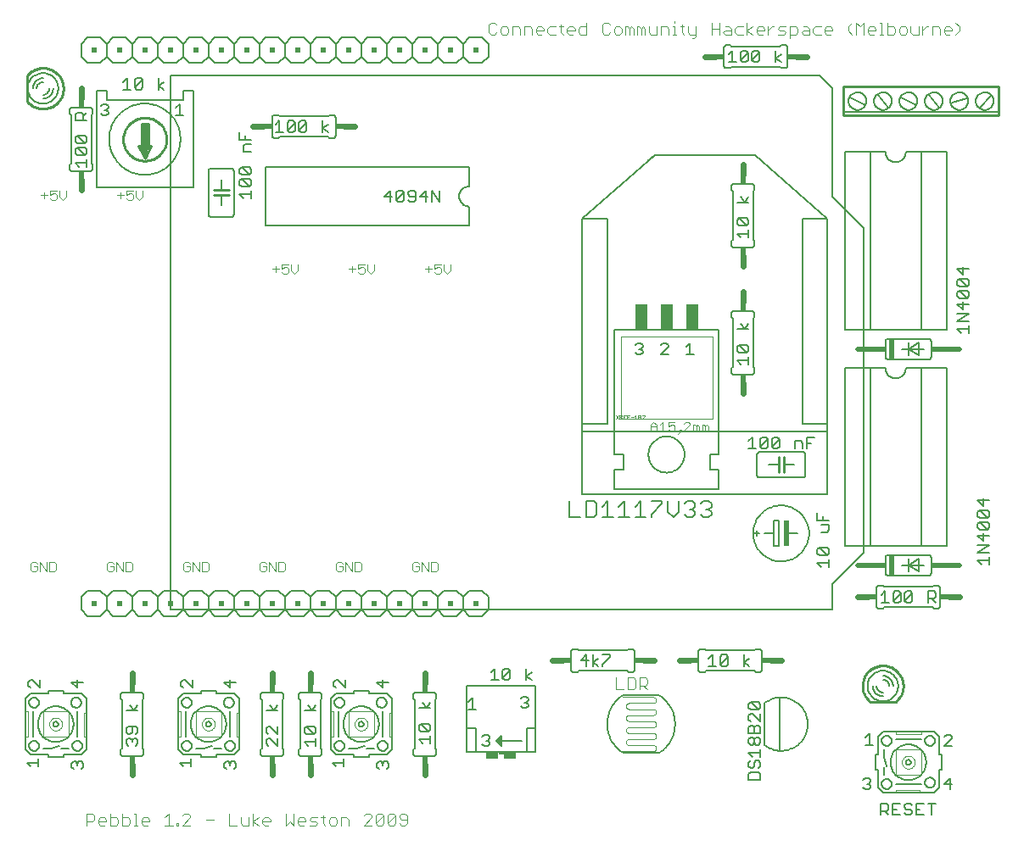
<source format=gto>
G75*
G70*
%OFA0B0*%
%FSLAX24Y24*%
%IPPOS*%
%LPD*%
%AMOC8*
5,1,8,0,0,1.08239X$1,22.5*
%
%ADD10C,0.0030*%
%ADD11C,0.0040*%
%ADD12C,0.0050*%
%ADD13C,0.0060*%
%ADD14C,0.0080*%
%ADD15C,0.0240*%
%ADD16R,0.0340X0.0240*%
%ADD17R,0.0240X0.0340*%
%ADD18C,0.0100*%
%ADD19R,0.0500X0.0250*%
%ADD20R,0.0200X0.0100*%
%ADD21R,0.0200X0.0200*%
%ADD22C,0.0020*%
%ADD23R,0.0500X0.0350*%
%ADD24R,0.0500X0.0650*%
%ADD25C,0.0070*%
%ADD26R,0.0200X0.0800*%
%ADD27C,0.0200*%
%ADD28R,0.0750X0.0200*%
%ADD29R,0.0200X0.1000*%
%ADD30C,0.0010*%
D10*
X001172Y011237D02*
X001234Y011176D01*
X001357Y011176D01*
X001419Y011237D01*
X001419Y011361D01*
X001296Y011361D01*
X001419Y011484D02*
X001357Y011546D01*
X001234Y011546D01*
X001172Y011484D01*
X001172Y011237D01*
X001541Y011176D02*
X001541Y011546D01*
X001787Y011176D01*
X001787Y011546D01*
X001909Y011546D02*
X002094Y011546D01*
X002156Y011484D01*
X002156Y011237D01*
X002094Y011176D01*
X001909Y011176D01*
X001909Y011546D01*
X004172Y011484D02*
X004172Y011237D01*
X004234Y011176D01*
X004357Y011176D01*
X004419Y011237D01*
X004419Y011361D01*
X004296Y011361D01*
X004419Y011484D02*
X004357Y011546D01*
X004234Y011546D01*
X004172Y011484D01*
X004541Y011546D02*
X004787Y011176D01*
X004787Y011546D01*
X004909Y011546D02*
X004909Y011176D01*
X005094Y011176D01*
X005156Y011237D01*
X005156Y011484D01*
X005094Y011546D01*
X004909Y011546D01*
X004541Y011546D02*
X004541Y011176D01*
X007172Y011237D02*
X007234Y011176D01*
X007357Y011176D01*
X007419Y011237D01*
X007419Y011361D01*
X007296Y011361D01*
X007419Y011484D02*
X007357Y011546D01*
X007234Y011546D01*
X007172Y011484D01*
X007172Y011237D01*
X007541Y011176D02*
X007541Y011546D01*
X007787Y011176D01*
X007787Y011546D01*
X007909Y011546D02*
X008094Y011546D01*
X008156Y011484D01*
X008156Y011237D01*
X008094Y011176D01*
X007909Y011176D01*
X007909Y011546D01*
X010172Y011484D02*
X010172Y011237D01*
X010234Y011176D01*
X010357Y011176D01*
X010419Y011237D01*
X010419Y011361D01*
X010296Y011361D01*
X010419Y011484D02*
X010357Y011546D01*
X010234Y011546D01*
X010172Y011484D01*
X010541Y011546D02*
X010787Y011176D01*
X010787Y011546D01*
X010909Y011546D02*
X010909Y011176D01*
X011094Y011176D01*
X011156Y011237D01*
X011156Y011484D01*
X011094Y011546D01*
X010909Y011546D01*
X010541Y011546D02*
X010541Y011176D01*
X013172Y011237D02*
X013234Y011176D01*
X013357Y011176D01*
X013419Y011237D01*
X013419Y011361D01*
X013296Y011361D01*
X013419Y011484D02*
X013357Y011546D01*
X013234Y011546D01*
X013172Y011484D01*
X013172Y011237D01*
X013541Y011176D02*
X013541Y011546D01*
X013787Y011176D01*
X013787Y011546D01*
X013909Y011546D02*
X014094Y011546D01*
X014156Y011484D01*
X014156Y011237D01*
X014094Y011176D01*
X013909Y011176D01*
X013909Y011546D01*
X016172Y011484D02*
X016172Y011237D01*
X016234Y011176D01*
X016357Y011176D01*
X016419Y011237D01*
X016419Y011361D01*
X016296Y011361D01*
X016419Y011484D02*
X016357Y011546D01*
X016234Y011546D01*
X016172Y011484D01*
X016541Y011546D02*
X016787Y011176D01*
X016787Y011546D01*
X016909Y011546D02*
X017094Y011546D01*
X017156Y011484D01*
X017156Y011237D01*
X017094Y011176D01*
X016909Y011176D01*
X016909Y011546D01*
X016541Y011546D02*
X016541Y011176D01*
X017102Y022876D02*
X017041Y022937D01*
X017102Y022876D02*
X017226Y022876D01*
X017287Y022937D01*
X017287Y023061D01*
X017226Y023123D01*
X017164Y023123D01*
X017041Y023061D01*
X017041Y023246D01*
X017287Y023246D01*
X017409Y023246D02*
X017409Y022999D01*
X017532Y022876D01*
X017656Y022999D01*
X017656Y023246D01*
X016919Y023061D02*
X016672Y023061D01*
X016796Y023184D02*
X016796Y022937D01*
X014656Y022999D02*
X014532Y022876D01*
X014409Y022999D01*
X014409Y023246D01*
X014287Y023246D02*
X014041Y023246D01*
X014041Y023061D01*
X014164Y023123D01*
X014226Y023123D01*
X014287Y023061D01*
X014287Y022937D01*
X014226Y022876D01*
X014102Y022876D01*
X014041Y022937D01*
X013919Y023061D02*
X013672Y023061D01*
X013796Y023184D02*
X013796Y022937D01*
X014656Y022999D02*
X014656Y023246D01*
X011656Y023246D02*
X011656Y022999D01*
X011532Y022876D01*
X011409Y022999D01*
X011409Y023246D01*
X011287Y023246D02*
X011041Y023246D01*
X011041Y023061D01*
X011164Y023123D01*
X011226Y023123D01*
X011287Y023061D01*
X011287Y022937D01*
X011226Y022876D01*
X011102Y022876D01*
X011041Y022937D01*
X010919Y023061D02*
X010672Y023061D01*
X010796Y023184D02*
X010796Y022937D01*
X005556Y025899D02*
X005556Y026146D01*
X005556Y025899D02*
X005432Y025776D01*
X005309Y025899D01*
X005309Y026146D01*
X005187Y026146D02*
X004941Y026146D01*
X004941Y025961D01*
X005064Y026023D01*
X005126Y026023D01*
X005187Y025961D01*
X005187Y025837D01*
X005126Y025776D01*
X005002Y025776D01*
X004941Y025837D01*
X004819Y025961D02*
X004572Y025961D01*
X004696Y026084D02*
X004696Y025837D01*
X002556Y025899D02*
X002556Y026146D01*
X002556Y025899D02*
X002432Y025776D01*
X002309Y025899D01*
X002309Y026146D01*
X002187Y026146D02*
X001941Y026146D01*
X001941Y025961D01*
X002064Y026023D01*
X002126Y026023D01*
X002187Y025961D01*
X002187Y025837D01*
X002126Y025776D01*
X002002Y025776D01*
X001941Y025837D01*
X001819Y025961D02*
X001572Y025961D01*
X001696Y026084D02*
X001696Y025837D01*
D11*
X003377Y001641D02*
X003377Y001181D01*
X003377Y001334D02*
X003607Y001334D01*
X003684Y001411D01*
X003684Y001564D01*
X003607Y001641D01*
X003377Y001641D01*
X003838Y001411D02*
X003838Y001257D01*
X003914Y001181D01*
X004068Y001181D01*
X004145Y001334D02*
X003838Y001334D01*
X003838Y001411D02*
X003914Y001488D01*
X004068Y001488D01*
X004145Y001411D01*
X004145Y001334D01*
X004298Y001181D02*
X004528Y001181D01*
X004605Y001257D01*
X004605Y001411D01*
X004528Y001488D01*
X004298Y001488D01*
X004298Y001641D02*
X004298Y001181D01*
X004758Y001181D02*
X004758Y001641D01*
X004758Y001488D02*
X004989Y001488D01*
X005065Y001411D01*
X005065Y001257D01*
X004989Y001181D01*
X004758Y001181D01*
X005219Y001181D02*
X005372Y001181D01*
X005295Y001181D02*
X005295Y001641D01*
X005219Y001641D01*
X005526Y001411D02*
X005526Y001257D01*
X005602Y001181D01*
X005756Y001181D01*
X005833Y001334D02*
X005526Y001334D01*
X005526Y001411D02*
X005602Y001488D01*
X005756Y001488D01*
X005833Y001411D01*
X005833Y001334D01*
X006446Y001181D02*
X006753Y001181D01*
X006600Y001181D02*
X006600Y001641D01*
X006446Y001488D01*
X006907Y001257D02*
X006983Y001257D01*
X006983Y001181D01*
X006907Y001181D01*
X006907Y001257D01*
X007137Y001181D02*
X007444Y001488D01*
X007444Y001564D01*
X007367Y001641D01*
X007214Y001641D01*
X007137Y001564D01*
X007137Y001181D02*
X007444Y001181D01*
X008058Y001411D02*
X008364Y001411D01*
X008978Y001181D02*
X009285Y001181D01*
X009439Y001257D02*
X009515Y001181D01*
X009746Y001181D01*
X009746Y001488D01*
X009899Y001641D02*
X009899Y001181D01*
X009899Y001334D02*
X010129Y001488D01*
X010283Y001411D02*
X010359Y001488D01*
X010513Y001488D01*
X010589Y001411D01*
X010589Y001334D01*
X010283Y001334D01*
X010283Y001257D02*
X010283Y001411D01*
X010283Y001257D02*
X010359Y001181D01*
X010513Y001181D01*
X010129Y001181D02*
X009899Y001334D01*
X009439Y001257D02*
X009439Y001488D01*
X008978Y001641D02*
X008978Y001181D01*
X011203Y001181D02*
X011357Y001334D01*
X011510Y001181D01*
X011510Y001641D01*
X011664Y001411D02*
X011740Y001488D01*
X011894Y001488D01*
X011971Y001411D01*
X011971Y001334D01*
X011664Y001334D01*
X011664Y001257D02*
X011664Y001411D01*
X011664Y001257D02*
X011740Y001181D01*
X011894Y001181D01*
X012124Y001181D02*
X012354Y001181D01*
X012431Y001257D01*
X012354Y001334D01*
X012201Y001334D01*
X012124Y001411D01*
X012201Y001488D01*
X012431Y001488D01*
X012584Y001488D02*
X012738Y001488D01*
X012661Y001564D02*
X012661Y001257D01*
X012738Y001181D01*
X012891Y001257D02*
X012968Y001181D01*
X013121Y001181D01*
X013198Y001257D01*
X013198Y001411D01*
X013121Y001488D01*
X012968Y001488D01*
X012891Y001411D01*
X012891Y001257D01*
X013352Y001181D02*
X013352Y001488D01*
X013582Y001488D01*
X013659Y001411D01*
X013659Y001181D01*
X014272Y001181D02*
X014579Y001488D01*
X014579Y001564D01*
X014502Y001641D01*
X014349Y001641D01*
X014272Y001564D01*
X014272Y001181D02*
X014579Y001181D01*
X014733Y001257D02*
X015040Y001564D01*
X015040Y001257D01*
X014963Y001181D01*
X014809Y001181D01*
X014733Y001257D01*
X014733Y001564D01*
X014809Y001641D01*
X014963Y001641D01*
X015040Y001564D01*
X015193Y001564D02*
X015270Y001641D01*
X015423Y001641D01*
X015500Y001564D01*
X015193Y001257D01*
X015270Y001181D01*
X015423Y001181D01*
X015500Y001257D01*
X015500Y001564D01*
X015653Y001564D02*
X015653Y001488D01*
X015730Y001411D01*
X015960Y001411D01*
X015960Y001564D02*
X015884Y001641D01*
X015730Y001641D01*
X015653Y001564D01*
X015653Y001257D02*
X015730Y001181D01*
X015884Y001181D01*
X015960Y001257D01*
X015960Y001564D01*
X015193Y001564D02*
X015193Y001257D01*
X011203Y001181D02*
X011203Y001641D01*
X024177Y006531D02*
X024484Y006531D01*
X024638Y006531D02*
X024638Y006991D01*
X024868Y006991D01*
X024945Y006914D01*
X024945Y006607D01*
X024868Y006531D01*
X024638Y006531D01*
X024449Y006224D02*
X025630Y006224D01*
X025650Y006222D01*
X025670Y006217D01*
X025689Y006208D01*
X025706Y006196D01*
X025720Y006182D01*
X025732Y006165D01*
X025741Y006146D01*
X025746Y006126D01*
X025748Y006106D01*
X025746Y006086D01*
X025741Y006066D01*
X025732Y006047D01*
X025720Y006030D01*
X025706Y006016D01*
X025689Y006004D01*
X025670Y005995D01*
X025650Y005990D01*
X025630Y005988D01*
X024685Y005988D01*
X024685Y005987D02*
X024665Y005985D01*
X024645Y005980D01*
X024626Y005971D01*
X024609Y005959D01*
X024595Y005945D01*
X024583Y005928D01*
X024574Y005909D01*
X024569Y005889D01*
X024567Y005869D01*
X024569Y005849D01*
X024574Y005829D01*
X024583Y005810D01*
X024595Y005793D01*
X024609Y005779D01*
X024626Y005767D01*
X024645Y005758D01*
X024665Y005753D01*
X024685Y005751D01*
X025630Y005751D01*
X025650Y005749D01*
X025670Y005744D01*
X025689Y005735D01*
X025706Y005723D01*
X025720Y005709D01*
X025732Y005692D01*
X025741Y005673D01*
X025746Y005653D01*
X025748Y005633D01*
X025746Y005613D01*
X025741Y005593D01*
X025732Y005574D01*
X025720Y005557D01*
X025706Y005543D01*
X025689Y005531D01*
X025670Y005522D01*
X025650Y005517D01*
X025630Y005515D01*
X024685Y005515D01*
X024665Y005513D01*
X024645Y005508D01*
X024626Y005499D01*
X024609Y005487D01*
X024595Y005473D01*
X024583Y005456D01*
X024574Y005437D01*
X024569Y005417D01*
X024567Y005397D01*
X024569Y005377D01*
X024574Y005357D01*
X024583Y005338D01*
X024595Y005321D01*
X024609Y005307D01*
X024626Y005295D01*
X024645Y005286D01*
X024665Y005281D01*
X024685Y005279D01*
X025630Y005279D01*
X025650Y005277D01*
X025670Y005272D01*
X025689Y005263D01*
X025706Y005251D01*
X025720Y005237D01*
X025732Y005220D01*
X025741Y005201D01*
X025746Y005181D01*
X025748Y005161D01*
X025746Y005141D01*
X025741Y005121D01*
X025732Y005102D01*
X025720Y005085D01*
X025706Y005071D01*
X025689Y005059D01*
X025670Y005050D01*
X025650Y005045D01*
X025630Y005043D01*
X024685Y005043D01*
X024665Y005041D01*
X024645Y005036D01*
X024626Y005027D01*
X024609Y005015D01*
X024595Y005001D01*
X024583Y004984D01*
X024574Y004965D01*
X024569Y004945D01*
X024567Y004925D01*
X024569Y004905D01*
X024574Y004885D01*
X024583Y004866D01*
X024595Y004849D01*
X024609Y004835D01*
X024626Y004823D01*
X024645Y004814D01*
X024665Y004809D01*
X024685Y004807D01*
X024685Y004806D02*
X025630Y004806D01*
X025650Y004804D01*
X025670Y004799D01*
X025689Y004790D01*
X025706Y004778D01*
X025720Y004764D01*
X025732Y004747D01*
X025741Y004728D01*
X025746Y004708D01*
X025748Y004688D01*
X025746Y004668D01*
X025741Y004648D01*
X025732Y004629D01*
X025720Y004612D01*
X025706Y004598D01*
X025689Y004586D01*
X025670Y004577D01*
X025650Y004572D01*
X025630Y004570D01*
X024685Y004570D01*
X024665Y004568D01*
X024645Y004563D01*
X024626Y004554D01*
X024609Y004542D01*
X024595Y004528D01*
X024583Y004511D01*
X024574Y004492D01*
X024569Y004472D01*
X024567Y004452D01*
X024569Y004432D01*
X024574Y004412D01*
X024583Y004393D01*
X024595Y004376D01*
X024609Y004362D01*
X024626Y004350D01*
X024645Y004341D01*
X024665Y004336D01*
X024685Y004334D01*
X025630Y004334D01*
X025650Y004332D01*
X025670Y004327D01*
X025689Y004318D01*
X025706Y004306D01*
X025720Y004292D01*
X025732Y004275D01*
X025741Y004256D01*
X025746Y004236D01*
X025748Y004216D01*
X025746Y004196D01*
X025741Y004176D01*
X025732Y004157D01*
X025720Y004140D01*
X025706Y004126D01*
X025689Y004114D01*
X025670Y004105D01*
X025650Y004100D01*
X025630Y004098D01*
X024449Y004098D01*
X024177Y006531D02*
X024177Y006991D01*
X025098Y006991D02*
X025098Y006531D01*
X025098Y006684D02*
X025328Y006684D01*
X025405Y006761D01*
X025405Y006914D01*
X025328Y006991D01*
X025098Y006991D01*
X025251Y006684D02*
X025405Y006531D01*
X026611Y016574D02*
X026727Y016691D01*
X026669Y016691D01*
X026669Y016749D01*
X026727Y016749D01*
X026727Y016691D01*
X026850Y016691D02*
X027083Y016924D01*
X027083Y016983D01*
X027025Y017041D01*
X026908Y017041D01*
X026850Y016983D01*
X026850Y016691D02*
X027083Y016691D01*
X027209Y016691D02*
X027209Y016924D01*
X027267Y016924D01*
X027326Y016866D01*
X027384Y016924D01*
X027443Y016866D01*
X027443Y016691D01*
X027326Y016691D02*
X027326Y016866D01*
X027568Y016924D02*
X027626Y016924D01*
X027685Y016866D01*
X027743Y016924D01*
X027802Y016866D01*
X027802Y016691D01*
X027685Y016691D02*
X027685Y016866D01*
X027568Y016924D02*
X027568Y016691D01*
X026485Y016749D02*
X026427Y016691D01*
X026310Y016691D01*
X026251Y016749D01*
X026251Y016866D02*
X026368Y016924D01*
X026427Y016924D01*
X026485Y016866D01*
X026485Y016749D01*
X026251Y016866D02*
X026251Y017041D01*
X026485Y017041D01*
X026009Y017041D02*
X026009Y016691D01*
X025892Y016691D02*
X026126Y016691D01*
X025892Y016924D02*
X026009Y017041D01*
X025767Y016924D02*
X025767Y016691D01*
X025767Y016866D02*
X025533Y016866D01*
X025533Y016924D02*
X025533Y016691D01*
X025533Y016924D02*
X025650Y017041D01*
X025767Y016924D01*
X027157Y032127D02*
X027233Y032127D01*
X027310Y032204D01*
X027310Y032588D01*
X027003Y032588D02*
X027003Y032357D01*
X027080Y032281D01*
X027310Y032281D01*
X026850Y032281D02*
X026773Y032357D01*
X026773Y032664D01*
X026696Y032588D02*
X026850Y032588D01*
X026466Y032588D02*
X026466Y032281D01*
X026390Y032281D02*
X026543Y032281D01*
X026236Y032281D02*
X026236Y032511D01*
X026159Y032588D01*
X025929Y032588D01*
X025929Y032281D01*
X025776Y032281D02*
X025776Y032588D01*
X025469Y032588D02*
X025469Y032357D01*
X025546Y032281D01*
X025776Y032281D01*
X025315Y032281D02*
X025315Y032511D01*
X025239Y032588D01*
X025162Y032511D01*
X025162Y032281D01*
X025008Y032281D02*
X025008Y032588D01*
X025085Y032588D01*
X025162Y032511D01*
X024855Y032511D02*
X024855Y032281D01*
X024702Y032281D02*
X024702Y032511D01*
X024778Y032588D01*
X024855Y032511D01*
X024702Y032511D02*
X024625Y032588D01*
X024548Y032588D01*
X024548Y032281D01*
X024395Y032357D02*
X024395Y032511D01*
X024318Y032588D01*
X024164Y032588D01*
X024088Y032511D01*
X024088Y032357D01*
X024164Y032281D01*
X024318Y032281D01*
X024395Y032357D01*
X023934Y032357D02*
X023858Y032281D01*
X023704Y032281D01*
X023627Y032357D01*
X023627Y032664D01*
X023704Y032741D01*
X023858Y032741D01*
X023934Y032664D01*
X023014Y032588D02*
X022783Y032588D01*
X022707Y032511D01*
X022707Y032357D01*
X022783Y032281D01*
X023014Y032281D01*
X023014Y032741D01*
X022553Y032511D02*
X022553Y032434D01*
X022246Y032434D01*
X022246Y032357D02*
X022246Y032511D01*
X022323Y032588D01*
X022476Y032588D01*
X022553Y032511D01*
X022476Y032281D02*
X022323Y032281D01*
X022246Y032357D01*
X022093Y032281D02*
X022016Y032357D01*
X022016Y032664D01*
X021939Y032588D02*
X022093Y032588D01*
X021786Y032588D02*
X021556Y032588D01*
X021479Y032511D01*
X021479Y032357D01*
X021556Y032281D01*
X021786Y032281D01*
X021326Y032434D02*
X021019Y032434D01*
X021019Y032357D02*
X021019Y032511D01*
X021095Y032588D01*
X021249Y032588D01*
X021326Y032511D01*
X021326Y032434D01*
X021249Y032281D02*
X021095Y032281D01*
X021019Y032357D01*
X020865Y032281D02*
X020865Y032511D01*
X020789Y032588D01*
X020558Y032588D01*
X020558Y032281D01*
X020405Y032281D02*
X020405Y032511D01*
X020328Y032588D01*
X020098Y032588D01*
X020098Y032281D01*
X019945Y032357D02*
X019945Y032511D01*
X019868Y032588D01*
X019714Y032588D01*
X019638Y032511D01*
X019638Y032357D01*
X019714Y032281D01*
X019868Y032281D01*
X019945Y032357D01*
X019484Y032357D02*
X019407Y032281D01*
X019254Y032281D01*
X019177Y032357D01*
X019177Y032664D01*
X019254Y032741D01*
X019407Y032741D01*
X019484Y032664D01*
X026390Y032588D02*
X026466Y032588D01*
X026466Y032741D02*
X026466Y032818D01*
X027924Y032741D02*
X027924Y032281D01*
X027924Y032511D02*
X028231Y032511D01*
X028384Y032357D02*
X028461Y032434D01*
X028691Y032434D01*
X028691Y032511D02*
X028691Y032281D01*
X028461Y032281D01*
X028384Y032357D01*
X028231Y032281D02*
X028231Y032741D01*
X028461Y032588D02*
X028615Y032588D01*
X028691Y032511D01*
X028845Y032511D02*
X028845Y032357D01*
X028921Y032281D01*
X029152Y032281D01*
X029305Y032281D02*
X029305Y032741D01*
X029152Y032588D02*
X028921Y032588D01*
X028845Y032511D01*
X029305Y032434D02*
X029535Y032588D01*
X029689Y032511D02*
X029765Y032588D01*
X029919Y032588D01*
X029996Y032511D01*
X029996Y032434D01*
X029689Y032434D01*
X029689Y032357D02*
X029689Y032511D01*
X029689Y032357D02*
X029765Y032281D01*
X029919Y032281D01*
X030149Y032281D02*
X030149Y032588D01*
X030302Y032588D02*
X030149Y032434D01*
X030302Y032588D02*
X030379Y032588D01*
X030533Y032511D02*
X030609Y032588D01*
X030840Y032588D01*
X030993Y032588D02*
X031223Y032588D01*
X031300Y032511D01*
X031300Y032357D01*
X031223Y032281D01*
X030993Y032281D01*
X030993Y032127D02*
X030993Y032588D01*
X030763Y032434D02*
X030609Y032434D01*
X030533Y032511D01*
X030533Y032281D02*
X030763Y032281D01*
X030840Y032357D01*
X030763Y032434D01*
X031453Y032357D02*
X031530Y032434D01*
X031760Y032434D01*
X031760Y032511D02*
X031760Y032281D01*
X031530Y032281D01*
X031453Y032357D01*
X031530Y032588D02*
X031684Y032588D01*
X031760Y032511D01*
X031914Y032511D02*
X031914Y032357D01*
X031990Y032281D01*
X032221Y032281D01*
X032374Y032357D02*
X032374Y032511D01*
X032451Y032588D01*
X032604Y032588D01*
X032681Y032511D01*
X032681Y032434D01*
X032374Y032434D01*
X032374Y032357D02*
X032451Y032281D01*
X032604Y032281D01*
X032221Y032588D02*
X031990Y032588D01*
X031914Y032511D01*
X033295Y032434D02*
X033295Y032588D01*
X033448Y032741D01*
X033602Y032741D02*
X033602Y032281D01*
X033448Y032281D02*
X033295Y032434D01*
X033602Y032741D02*
X033755Y032588D01*
X033909Y032741D01*
X033909Y032281D01*
X034062Y032357D02*
X034062Y032511D01*
X034139Y032588D01*
X034292Y032588D01*
X034369Y032511D01*
X034369Y032434D01*
X034062Y032434D01*
X034062Y032357D02*
X034139Y032281D01*
X034292Y032281D01*
X034522Y032281D02*
X034676Y032281D01*
X034599Y032281D02*
X034599Y032741D01*
X034522Y032741D01*
X034829Y032741D02*
X034829Y032281D01*
X035059Y032281D01*
X035136Y032357D01*
X035136Y032511D01*
X035059Y032588D01*
X034829Y032588D01*
X035290Y032511D02*
X035290Y032357D01*
X035366Y032281D01*
X035520Y032281D01*
X035597Y032357D01*
X035597Y032511D01*
X035520Y032588D01*
X035366Y032588D01*
X035290Y032511D01*
X035750Y032588D02*
X035750Y032357D01*
X035827Y032281D01*
X036057Y032281D01*
X036057Y032588D01*
X036210Y032588D02*
X036210Y032281D01*
X036210Y032434D02*
X036364Y032588D01*
X036441Y032588D01*
X036594Y032588D02*
X036824Y032588D01*
X036901Y032511D01*
X036901Y032281D01*
X037054Y032357D02*
X037054Y032511D01*
X037131Y032588D01*
X037284Y032588D01*
X037361Y032511D01*
X037361Y032434D01*
X037054Y032434D01*
X037054Y032357D02*
X037131Y032281D01*
X037284Y032281D01*
X037515Y032281D02*
X037668Y032434D01*
X037668Y032588D01*
X037515Y032741D01*
X036594Y032588D02*
X036594Y032281D01*
X029535Y032281D02*
X029305Y032434D01*
D12*
X029278Y031636D02*
X029353Y031561D01*
X029053Y031261D01*
X029128Y031186D01*
X029278Y031186D01*
X029353Y031261D01*
X029353Y031561D01*
X029278Y031636D02*
X029128Y031636D01*
X029053Y031561D01*
X029053Y031261D01*
X028893Y031186D02*
X028592Y031186D01*
X028742Y031186D02*
X028742Y031636D01*
X028592Y031486D01*
X029513Y031561D02*
X029513Y031261D01*
X029813Y031561D01*
X029813Y031261D01*
X029738Y031186D01*
X029588Y031186D01*
X029513Y031261D01*
X029513Y031561D02*
X029588Y031636D01*
X029738Y031636D01*
X029813Y031561D01*
X030434Y031636D02*
X030434Y031186D01*
X030434Y031336D02*
X030659Y031486D01*
X030434Y031336D02*
X030659Y031186D01*
X032157Y030661D02*
X032657Y030161D01*
X032657Y025911D01*
X033907Y024661D01*
X033907Y011911D01*
X032657Y010661D01*
X032657Y009661D01*
X006657Y009661D01*
X006657Y030661D01*
X032157Y030661D01*
X029382Y025902D02*
X029232Y025677D01*
X029082Y025902D01*
X028932Y025677D02*
X029382Y025677D01*
X029307Y025056D02*
X029007Y025056D01*
X029307Y024756D01*
X029382Y024831D01*
X029382Y024981D01*
X029307Y025056D01*
X029307Y024756D02*
X029007Y024756D01*
X028932Y024831D01*
X028932Y024981D01*
X029007Y025056D01*
X029382Y024596D02*
X029382Y024296D01*
X029382Y024446D02*
X028932Y024446D01*
X029082Y024296D01*
X029082Y020917D02*
X029232Y020692D01*
X029382Y020917D01*
X029382Y020692D02*
X028932Y020692D01*
X029007Y020072D02*
X029307Y019771D01*
X029382Y019846D01*
X029382Y019996D01*
X029307Y020072D01*
X029007Y020072D01*
X028932Y019996D01*
X028932Y019846D01*
X029007Y019771D01*
X029307Y019771D01*
X029382Y019611D02*
X029382Y019311D01*
X029382Y019461D02*
X028932Y019461D01*
X029082Y019311D01*
X027222Y019686D02*
X026922Y019686D01*
X027072Y019686D02*
X027072Y020136D01*
X026922Y019986D01*
X026222Y019986D02*
X026222Y020061D01*
X026147Y020136D01*
X025997Y020136D01*
X025922Y020061D01*
X026222Y019986D02*
X025922Y019686D01*
X026222Y019686D01*
X025222Y019761D02*
X025147Y019686D01*
X024997Y019686D01*
X024922Y019761D01*
X025072Y019911D02*
X025147Y019911D01*
X025222Y019836D01*
X025222Y019761D01*
X025147Y019911D02*
X025222Y019986D01*
X025222Y020061D01*
X025147Y020136D01*
X024997Y020136D01*
X024922Y020061D01*
X029370Y016286D02*
X029520Y016436D01*
X029520Y015986D01*
X029370Y015986D02*
X029670Y015986D01*
X029830Y016061D02*
X030131Y016361D01*
X030131Y016061D01*
X030056Y015986D01*
X029905Y015986D01*
X029830Y016061D01*
X029830Y016361D01*
X029905Y016436D01*
X030056Y016436D01*
X030131Y016361D01*
X030291Y016361D02*
X030291Y016061D01*
X030591Y016361D01*
X030591Y016061D01*
X030516Y015986D01*
X030366Y015986D01*
X030291Y016061D01*
X030291Y016361D02*
X030366Y016436D01*
X030516Y016436D01*
X030591Y016361D01*
X031211Y016286D02*
X031211Y015986D01*
X031211Y016286D02*
X031437Y016286D01*
X031512Y016211D01*
X031512Y015986D01*
X031672Y015986D02*
X031672Y016436D01*
X031972Y016436D01*
X031822Y016211D02*
X031672Y016211D01*
X032082Y013477D02*
X032082Y013177D01*
X032532Y013177D01*
X032532Y013017D02*
X032232Y013017D01*
X032307Y013177D02*
X032307Y013327D01*
X032532Y013017D02*
X032532Y012792D01*
X032457Y012717D01*
X032232Y012717D01*
X032157Y012096D02*
X032457Y011796D01*
X032532Y011871D01*
X032532Y012021D01*
X032457Y012096D01*
X032157Y012096D01*
X032082Y012021D01*
X032082Y011871D01*
X032157Y011796D01*
X032457Y011796D01*
X032532Y011636D02*
X032532Y011336D01*
X032532Y011486D02*
X032082Y011486D01*
X032232Y011336D01*
X034592Y010236D02*
X034742Y010386D01*
X034742Y009936D01*
X034592Y009936D02*
X034893Y009936D01*
X035053Y010011D02*
X035353Y010311D01*
X035353Y010011D01*
X035278Y009936D01*
X035128Y009936D01*
X035053Y010011D01*
X035053Y010311D01*
X035128Y010386D01*
X035278Y010386D01*
X035353Y010311D01*
X035513Y010311D02*
X035513Y010011D01*
X035813Y010311D01*
X035813Y010011D01*
X035738Y009936D01*
X035588Y009936D01*
X035513Y010011D01*
X035513Y010311D02*
X035588Y010386D01*
X035738Y010386D01*
X035813Y010311D01*
X036434Y010386D02*
X036434Y009936D01*
X036434Y010086D02*
X036659Y010086D01*
X036734Y010161D01*
X036734Y010311D01*
X036659Y010386D01*
X036434Y010386D01*
X036584Y010086D02*
X036734Y009936D01*
X038382Y011586D02*
X038532Y011436D01*
X038382Y011586D02*
X038832Y011586D01*
X038832Y011436D02*
X038832Y011736D01*
X038832Y011896D02*
X038382Y011896D01*
X038832Y012196D01*
X038382Y012196D01*
X038607Y012356D02*
X038607Y012657D01*
X038457Y012817D02*
X038382Y012892D01*
X038382Y013042D01*
X038457Y013117D01*
X038757Y012817D01*
X038832Y012892D01*
X038832Y013042D01*
X038757Y013117D01*
X038457Y013117D01*
X038457Y013277D02*
X038382Y013352D01*
X038382Y013502D01*
X038457Y013577D01*
X038757Y013277D01*
X038832Y013352D01*
X038832Y013502D01*
X038757Y013577D01*
X038457Y013577D01*
X038607Y013738D02*
X038607Y014038D01*
X038382Y013963D02*
X038607Y013738D01*
X038832Y013963D02*
X038382Y013963D01*
X038457Y013277D02*
X038757Y013277D01*
X038757Y012817D02*
X038457Y012817D01*
X038382Y012582D02*
X038607Y012356D01*
X038832Y012582D02*
X038382Y012582D01*
X030607Y006210D02*
X030607Y005714D01*
X030607Y005608D01*
X030607Y004714D01*
X030607Y004608D01*
X030607Y004112D01*
X030007Y004336D02*
X030007Y005986D01*
X029832Y005950D02*
X029832Y005800D01*
X029757Y005725D01*
X029457Y006025D01*
X029757Y006025D01*
X029832Y005950D01*
X029757Y005725D02*
X029457Y005725D01*
X029382Y005800D01*
X029382Y005950D01*
X029457Y006025D01*
X029457Y005565D02*
X029382Y005490D01*
X029382Y005340D01*
X029457Y005265D01*
X029457Y005105D02*
X029532Y005105D01*
X029607Y005030D01*
X029607Y004804D01*
X029532Y004644D02*
X029607Y004569D01*
X029607Y004419D01*
X029532Y004344D01*
X029457Y004344D01*
X029382Y004419D01*
X029382Y004569D01*
X029457Y004644D01*
X029532Y004644D01*
X029607Y004569D02*
X029682Y004644D01*
X029757Y004644D01*
X029832Y004569D01*
X029832Y004419D01*
X029757Y004344D01*
X029682Y004344D01*
X029607Y004419D01*
X029832Y004184D02*
X029832Y003884D01*
X029832Y004034D02*
X029382Y004034D01*
X029532Y003884D01*
X029457Y003724D02*
X029382Y003649D01*
X029382Y003498D01*
X029457Y003423D01*
X029532Y003423D01*
X029607Y003498D01*
X029607Y003649D01*
X029682Y003724D01*
X029757Y003724D01*
X029832Y003649D01*
X029832Y003498D01*
X029757Y003423D01*
X029757Y003263D02*
X029457Y003263D01*
X029382Y003188D01*
X029382Y002963D01*
X029832Y002963D01*
X029832Y003188D01*
X029757Y003263D01*
X029832Y004804D02*
X029382Y004804D01*
X029382Y005030D01*
X029457Y005105D01*
X029607Y005030D02*
X029682Y005105D01*
X029757Y005105D01*
X029832Y005030D01*
X029832Y004804D01*
X029832Y005265D02*
X029532Y005565D01*
X029457Y005565D01*
X029832Y005565D02*
X029832Y005265D01*
X030607Y004112D02*
X030671Y004111D01*
X030735Y004114D01*
X030799Y004121D01*
X030862Y004131D01*
X030924Y004146D01*
X030985Y004164D01*
X031046Y004186D01*
X031104Y004211D01*
X030219Y004207D02*
X030163Y004234D01*
X030109Y004265D01*
X030057Y004299D01*
X030007Y004336D01*
X030607Y006210D02*
X030671Y006211D01*
X030735Y006208D01*
X030799Y006201D01*
X030862Y006191D01*
X030924Y006176D01*
X030985Y006158D01*
X031046Y006136D01*
X031104Y006111D01*
X030210Y006111D02*
X030156Y006084D01*
X030105Y006054D01*
X030055Y006021D01*
X030007Y005986D01*
X031104Y006111D02*
X031161Y006082D01*
X031217Y006049D01*
X031270Y006014D01*
X031321Y005974D01*
X031369Y005932D01*
X031415Y005887D01*
X031458Y005840D01*
X031498Y005790D01*
X031535Y005737D01*
X031568Y005682D01*
X031599Y005626D01*
X031625Y005567D01*
X031648Y005507D01*
X031668Y005446D01*
X031683Y005384D01*
X031695Y005321D01*
X031703Y005257D01*
X031707Y005193D01*
X031707Y005129D01*
X031703Y005065D01*
X031695Y005001D01*
X031683Y004938D01*
X031668Y004876D01*
X031648Y004815D01*
X031625Y004755D01*
X031599Y004696D01*
X031568Y004640D01*
X031535Y004585D01*
X031498Y004532D01*
X031458Y004482D01*
X031415Y004435D01*
X031369Y004390D01*
X031321Y004348D01*
X031270Y004308D01*
X031217Y004273D01*
X031161Y004240D01*
X031104Y004211D01*
X030607Y004112D02*
X030548Y004117D01*
X030490Y004124D01*
X030432Y004135D01*
X030375Y004150D01*
X030319Y004167D01*
X030264Y004187D01*
X030210Y004211D01*
X030210Y006111D02*
X030264Y006135D01*
X030319Y006155D01*
X030375Y006172D01*
X030432Y006187D01*
X030490Y006198D01*
X030548Y006205D01*
X030607Y006210D01*
X029414Y007436D02*
X029189Y007586D01*
X029414Y007736D01*
X029189Y007886D02*
X029189Y007436D01*
X028568Y007511D02*
X028568Y007811D01*
X028268Y007511D01*
X028343Y007436D01*
X028493Y007436D01*
X028568Y007511D01*
X028268Y007511D02*
X028268Y007811D01*
X028343Y007886D01*
X028493Y007886D01*
X028568Y007811D01*
X027958Y007886D02*
X027958Y007436D01*
X027808Y007436D02*
X028108Y007436D01*
X027808Y007736D02*
X027958Y007886D01*
X023937Y007886D02*
X023937Y007811D01*
X023636Y007511D01*
X023636Y007436D01*
X023478Y007436D02*
X023253Y007586D01*
X023478Y007736D01*
X023636Y007886D02*
X023937Y007886D01*
X023253Y007886D02*
X023253Y007436D01*
X023017Y007436D02*
X023017Y007886D01*
X022792Y007661D01*
X023093Y007661D01*
X020864Y007186D02*
X020639Y007036D01*
X020864Y006886D01*
X020639Y006886D02*
X020639Y007336D01*
X020018Y007261D02*
X020018Y006961D01*
X019943Y006886D01*
X019793Y006886D01*
X019718Y006961D01*
X020018Y007261D01*
X019943Y007336D01*
X019793Y007336D01*
X019718Y007261D01*
X019718Y006961D01*
X019558Y006886D02*
X019258Y006886D01*
X019408Y006886D02*
X019408Y007336D01*
X019258Y007186D01*
X018522Y006186D02*
X018522Y005736D01*
X018372Y005736D02*
X018672Y005736D01*
X018372Y006036D02*
X018522Y006186D01*
X018987Y004736D02*
X019137Y004736D01*
X019212Y004661D01*
X019212Y004586D01*
X019137Y004511D01*
X019212Y004436D01*
X019212Y004361D01*
X019137Y004286D01*
X018987Y004286D01*
X018912Y004361D01*
X019062Y004511D02*
X019137Y004511D01*
X018912Y004661D02*
X018987Y004736D01*
X020422Y005861D02*
X020497Y005786D01*
X020647Y005786D01*
X020722Y005861D01*
X020722Y005936D01*
X020647Y006011D01*
X020572Y006011D01*
X020647Y006011D02*
X020722Y006086D01*
X020722Y006161D01*
X020647Y006236D01*
X020497Y006236D01*
X020422Y006161D01*
X016882Y006017D02*
X016732Y005792D01*
X016582Y006017D01*
X016432Y005792D02*
X016882Y005792D01*
X016807Y005172D02*
X016507Y005172D01*
X016807Y004871D01*
X016882Y004946D01*
X016882Y005096D01*
X016807Y005172D01*
X016507Y005172D02*
X016432Y005096D01*
X016432Y004946D01*
X016507Y004871D01*
X016807Y004871D01*
X016882Y004711D02*
X016882Y004411D01*
X016882Y004561D02*
X016432Y004561D01*
X016582Y004411D01*
X015232Y003611D02*
X015232Y003461D01*
X015157Y003386D01*
X015007Y003536D02*
X015007Y003611D01*
X015082Y003686D01*
X015157Y003686D01*
X015232Y003611D01*
X015007Y003611D02*
X014932Y003686D01*
X014857Y003686D01*
X014782Y003611D01*
X014782Y003461D01*
X014857Y003386D01*
X013482Y003486D02*
X013482Y003786D01*
X013482Y003636D02*
X013032Y003636D01*
X013182Y003486D01*
X012382Y004311D02*
X012382Y004611D01*
X012382Y004461D02*
X011932Y004461D01*
X012082Y004311D01*
X012007Y004771D02*
X011932Y004846D01*
X011932Y004996D01*
X012007Y005072D01*
X012307Y004771D01*
X012382Y004846D01*
X012382Y004996D01*
X012307Y005072D01*
X012007Y005072D01*
X012007Y004771D02*
X012307Y004771D01*
X012232Y005692D02*
X012082Y005917D01*
X011932Y005692D02*
X012382Y005692D01*
X012232Y005692D02*
X012382Y005917D01*
X013082Y006661D02*
X013157Y006586D01*
X013082Y006661D02*
X013082Y006811D01*
X013157Y006886D01*
X013232Y006886D01*
X013532Y006586D01*
X013532Y006886D01*
X014782Y006811D02*
X015007Y006586D01*
X015007Y006886D01*
X015232Y006811D02*
X014782Y006811D01*
X010882Y005917D02*
X010732Y005692D01*
X010582Y005917D01*
X010432Y005692D02*
X010882Y005692D01*
X010882Y005072D02*
X010882Y004771D01*
X010582Y005072D01*
X010507Y005072D01*
X010432Y004996D01*
X010432Y004846D01*
X010507Y004771D01*
X010507Y004611D02*
X010432Y004536D01*
X010432Y004386D01*
X010507Y004311D01*
X010507Y004611D02*
X010582Y004611D01*
X010882Y004311D01*
X010882Y004611D01*
X009232Y003611D02*
X009232Y003461D01*
X009157Y003386D01*
X009007Y003536D02*
X009007Y003611D01*
X009082Y003686D01*
X009157Y003686D01*
X009232Y003611D01*
X009007Y003611D02*
X008932Y003686D01*
X008857Y003686D01*
X008782Y003611D01*
X008782Y003461D01*
X008857Y003386D01*
X007482Y003486D02*
X007482Y003786D01*
X007482Y003636D02*
X007032Y003636D01*
X007182Y003486D01*
X005382Y004386D02*
X005307Y004311D01*
X005382Y004386D02*
X005382Y004536D01*
X005307Y004611D01*
X005232Y004611D01*
X005157Y004536D01*
X005157Y004461D01*
X005157Y004536D02*
X005082Y004611D01*
X005007Y004611D01*
X004932Y004536D01*
X004932Y004386D01*
X005007Y004311D01*
X005007Y004771D02*
X005082Y004771D01*
X005157Y004846D01*
X005157Y005072D01*
X005007Y005072D02*
X004932Y004996D01*
X004932Y004846D01*
X005007Y004771D01*
X005307Y004771D02*
X005382Y004846D01*
X005382Y004996D01*
X005307Y005072D01*
X005007Y005072D01*
X004932Y005692D02*
X005382Y005692D01*
X005232Y005692D02*
X005082Y005917D01*
X005232Y005692D02*
X005382Y005917D01*
X007082Y006661D02*
X007157Y006586D01*
X007082Y006661D02*
X007082Y006811D01*
X007157Y006886D01*
X007232Y006886D01*
X007532Y006586D01*
X007532Y006886D01*
X008782Y006811D02*
X009007Y006586D01*
X009007Y006886D01*
X009232Y006811D02*
X008782Y006811D01*
X003232Y006811D02*
X002782Y006811D01*
X003007Y006586D01*
X003007Y006886D01*
X001532Y006886D02*
X001532Y006586D01*
X001232Y006886D01*
X001157Y006886D01*
X001082Y006811D01*
X001082Y006661D01*
X001157Y006586D01*
X001482Y003786D02*
X001482Y003486D01*
X001482Y003636D02*
X001032Y003636D01*
X001182Y003486D01*
X002782Y003461D02*
X002782Y003611D01*
X002857Y003686D01*
X002932Y003686D01*
X003007Y003611D01*
X003082Y003686D01*
X003157Y003686D01*
X003232Y003611D01*
X003232Y003461D01*
X003157Y003386D01*
X003007Y003536D02*
X003007Y003611D01*
X002857Y003386D02*
X002782Y003461D01*
X015306Y025686D02*
X015306Y026136D01*
X015080Y025911D01*
X015381Y025911D01*
X015541Y025761D02*
X015541Y026061D01*
X015616Y026136D01*
X015766Y026136D01*
X015841Y026061D01*
X015541Y025761D01*
X015616Y025686D01*
X015766Y025686D01*
X015841Y025761D01*
X015841Y026061D01*
X016001Y026061D02*
X016001Y025986D01*
X016076Y025911D01*
X016301Y025911D01*
X016301Y025761D02*
X016301Y026061D01*
X016226Y026136D01*
X016076Y026136D01*
X016001Y026061D01*
X016001Y025761D02*
X016076Y025686D01*
X016226Y025686D01*
X016301Y025761D01*
X016461Y025911D02*
X016762Y025911D01*
X016687Y025686D02*
X016687Y026136D01*
X016461Y025911D01*
X016922Y025686D02*
X016922Y026136D01*
X017222Y025686D01*
X017222Y026136D01*
X012864Y028436D02*
X012639Y028586D01*
X012864Y028736D01*
X012639Y028886D02*
X012639Y028436D01*
X012018Y028511D02*
X011943Y028436D01*
X011793Y028436D01*
X011718Y028511D01*
X012018Y028811D01*
X012018Y028511D01*
X012018Y028811D02*
X011943Y028886D01*
X011793Y028886D01*
X011718Y028811D01*
X011718Y028511D01*
X011558Y028511D02*
X011558Y028811D01*
X011257Y028511D01*
X011333Y028436D01*
X011483Y028436D01*
X011558Y028511D01*
X011558Y028811D02*
X011483Y028886D01*
X011333Y028886D01*
X011257Y028811D01*
X011257Y028511D01*
X011097Y028436D02*
X010797Y028436D01*
X010947Y028436D02*
X010947Y028886D01*
X010797Y028736D01*
X009832Y028138D02*
X009382Y028138D01*
X009382Y028438D01*
X009607Y028288D02*
X009607Y028138D01*
X009607Y027977D02*
X009832Y027977D01*
X009607Y027977D02*
X009532Y027902D01*
X009532Y027677D01*
X009832Y027677D01*
X009757Y027057D02*
X009457Y027057D01*
X009757Y026756D01*
X009832Y026832D01*
X009832Y026982D01*
X009757Y027057D01*
X009457Y027057D02*
X009382Y026982D01*
X009382Y026832D01*
X009457Y026756D01*
X009757Y026756D01*
X009757Y026596D02*
X009457Y026596D01*
X009757Y026296D01*
X009832Y026371D01*
X009832Y026521D01*
X009757Y026596D01*
X009757Y026296D02*
X009457Y026296D01*
X009382Y026371D01*
X009382Y026521D01*
X009457Y026596D01*
X009832Y026136D02*
X009832Y025836D01*
X009832Y025986D02*
X009382Y025986D01*
X009532Y025836D01*
X007172Y029086D02*
X006872Y029086D01*
X007022Y029086D02*
X007022Y029536D01*
X006872Y029386D01*
X006414Y030116D02*
X006189Y030266D01*
X006414Y030416D01*
X006189Y030566D02*
X006189Y030116D01*
X005568Y030191D02*
X005493Y030116D01*
X005343Y030116D01*
X005268Y030191D01*
X005568Y030491D01*
X005568Y030191D01*
X005268Y030191D02*
X005268Y030491D01*
X005343Y030566D01*
X005493Y030566D01*
X005568Y030491D01*
X005108Y030116D02*
X004808Y030116D01*
X004958Y030116D02*
X004958Y030566D01*
X004808Y030416D01*
X004147Y029536D02*
X003997Y029536D01*
X003922Y029461D01*
X004072Y029311D02*
X004147Y029311D01*
X004222Y029236D01*
X004222Y029161D01*
X004147Y029086D01*
X003997Y029086D01*
X003922Y029161D01*
X004147Y029311D02*
X004222Y029386D01*
X004222Y029461D01*
X004147Y029536D01*
X003382Y029216D02*
X003232Y029065D01*
X003232Y029140D02*
X003232Y028915D01*
X003382Y028915D02*
X002932Y028915D01*
X002932Y029140D01*
X003007Y029216D01*
X003157Y029216D01*
X003232Y029140D01*
X003307Y028295D02*
X003007Y028295D01*
X003307Y027995D01*
X003382Y028070D01*
X003382Y028220D01*
X003307Y028295D01*
X003007Y028295D02*
X002932Y028220D01*
X002932Y028070D01*
X003007Y027995D01*
X003307Y027995D01*
X003307Y027834D02*
X003382Y027759D01*
X003382Y027609D01*
X003307Y027534D01*
X003007Y027834D01*
X003307Y027834D01*
X003307Y027534D02*
X003007Y027534D01*
X002932Y027609D01*
X002932Y027759D01*
X003007Y027834D01*
X003382Y027374D02*
X003382Y027074D01*
X003382Y027224D02*
X002932Y027224D01*
X003082Y027074D01*
X033982Y004636D02*
X034132Y004786D01*
X034132Y004336D01*
X033982Y004336D02*
X034283Y004336D01*
X034107Y003036D02*
X034183Y002961D01*
X034183Y002886D01*
X034107Y002811D01*
X034183Y002736D01*
X034183Y002661D01*
X034107Y002586D01*
X033957Y002586D01*
X033882Y002661D01*
X034032Y002811D02*
X034107Y002811D01*
X034107Y003036D02*
X033957Y003036D01*
X033882Y002961D01*
X034582Y002036D02*
X034807Y002036D01*
X034883Y001961D01*
X034883Y001811D01*
X034807Y001736D01*
X034582Y001736D01*
X034582Y001586D02*
X034582Y002036D01*
X034732Y001736D02*
X034883Y001586D01*
X035043Y001586D02*
X035343Y001586D01*
X035503Y001661D02*
X035578Y001586D01*
X035728Y001586D01*
X035803Y001661D01*
X035803Y001736D01*
X035728Y001811D01*
X035578Y001811D01*
X035503Y001886D01*
X035503Y001961D01*
X035578Y002036D01*
X035728Y002036D01*
X035803Y001961D01*
X035963Y002036D02*
X035963Y001586D01*
X036264Y001586D01*
X036114Y001811D02*
X035963Y001811D01*
X035963Y002036D02*
X036264Y002036D01*
X036424Y002036D02*
X036724Y002036D01*
X036574Y002036D02*
X036574Y001586D01*
X037307Y002586D02*
X037307Y003036D01*
X037082Y002811D01*
X037383Y002811D01*
X037383Y004286D02*
X037082Y004286D01*
X037383Y004586D01*
X037383Y004661D01*
X037307Y004736D01*
X037157Y004736D01*
X037082Y004661D01*
X035343Y002036D02*
X035043Y002036D01*
X035043Y001586D01*
X035043Y001811D02*
X035193Y001811D01*
X037732Y020536D02*
X037582Y020686D01*
X038032Y020686D01*
X038032Y020536D02*
X038032Y020836D01*
X038032Y020996D02*
X037582Y020996D01*
X038032Y021296D01*
X037582Y021296D01*
X037807Y021456D02*
X037807Y021757D01*
X037657Y021917D02*
X037582Y021992D01*
X037582Y022142D01*
X037657Y022217D01*
X037957Y021917D01*
X038032Y021992D01*
X038032Y022142D01*
X037957Y022217D01*
X037657Y022217D01*
X037657Y022377D02*
X037582Y022452D01*
X037582Y022602D01*
X037657Y022677D01*
X037957Y022377D01*
X038032Y022452D01*
X038032Y022602D01*
X037957Y022677D01*
X037657Y022677D01*
X037807Y022838D02*
X037807Y023138D01*
X037582Y023063D02*
X037807Y022838D01*
X038032Y023063D02*
X037582Y023063D01*
X037657Y022377D02*
X037957Y022377D01*
X037957Y021917D02*
X037657Y021917D01*
X037582Y021682D02*
X037807Y021456D01*
X038032Y021682D02*
X037582Y021682D01*
D13*
X037157Y020661D02*
X036157Y020661D01*
X034157Y020661D01*
X033157Y020661D01*
X033157Y027661D01*
X034157Y027661D01*
X034757Y027661D01*
X034759Y027622D01*
X034765Y027583D01*
X034774Y027545D01*
X034787Y027508D01*
X034804Y027472D01*
X034824Y027439D01*
X034848Y027407D01*
X034874Y027378D01*
X034903Y027352D01*
X034935Y027328D01*
X034968Y027308D01*
X035004Y027291D01*
X035041Y027278D01*
X035079Y027269D01*
X035118Y027263D01*
X035157Y027261D01*
X035196Y027263D01*
X035235Y027269D01*
X035273Y027278D01*
X035310Y027291D01*
X035346Y027308D01*
X035379Y027328D01*
X035411Y027352D01*
X035440Y027378D01*
X035466Y027407D01*
X035490Y027439D01*
X035510Y027472D01*
X035527Y027508D01*
X035540Y027545D01*
X035549Y027583D01*
X035555Y027622D01*
X035557Y027661D01*
X036157Y027661D01*
X036157Y020661D01*
X036457Y020311D02*
X034857Y020311D01*
X034840Y020309D01*
X034823Y020305D01*
X034807Y020298D01*
X034793Y020288D01*
X034780Y020275D01*
X034770Y020261D01*
X034763Y020245D01*
X034759Y020228D01*
X034757Y020211D01*
X034757Y019611D01*
X034759Y019594D01*
X034763Y019577D01*
X034770Y019561D01*
X034780Y019547D01*
X034793Y019534D01*
X034807Y019524D01*
X034823Y019517D01*
X034840Y019513D01*
X034857Y019511D01*
X036457Y019511D01*
X036474Y019513D01*
X036491Y019517D01*
X036507Y019524D01*
X036521Y019534D01*
X036534Y019547D01*
X036544Y019561D01*
X036551Y019577D01*
X036555Y019594D01*
X036557Y019611D01*
X036557Y020211D01*
X036555Y020228D01*
X036551Y020245D01*
X036544Y020261D01*
X036534Y020275D01*
X036521Y020288D01*
X036507Y020298D01*
X036491Y020305D01*
X036474Y020309D01*
X036457Y020311D01*
X036057Y020161D02*
X035657Y019911D01*
X035657Y019661D01*
X035657Y019911D02*
X035657Y020161D01*
X035657Y019911D02*
X035407Y019911D01*
X035657Y019911D02*
X036257Y019911D01*
X036057Y020161D02*
X036057Y019661D01*
X035657Y019911D01*
X035557Y019161D02*
X036157Y019161D01*
X036157Y012161D01*
X034157Y012161D01*
X033157Y012161D01*
X033157Y019161D01*
X034157Y019161D01*
X034757Y019161D01*
X034759Y019122D01*
X034765Y019083D01*
X034774Y019045D01*
X034787Y019008D01*
X034804Y018972D01*
X034824Y018939D01*
X034848Y018907D01*
X034874Y018878D01*
X034903Y018852D01*
X034935Y018828D01*
X034968Y018808D01*
X035004Y018791D01*
X035041Y018778D01*
X035079Y018769D01*
X035118Y018763D01*
X035157Y018761D01*
X035196Y018763D01*
X035235Y018769D01*
X035273Y018778D01*
X035310Y018791D01*
X035346Y018808D01*
X035379Y018828D01*
X035411Y018852D01*
X035440Y018878D01*
X035466Y018907D01*
X035490Y018939D01*
X035510Y018972D01*
X035527Y019008D01*
X035540Y019045D01*
X035549Y019083D01*
X035555Y019122D01*
X035557Y019161D01*
X036157Y019161D02*
X037157Y019161D01*
X037157Y012161D01*
X036157Y012161D01*
X036457Y011811D02*
X034857Y011811D01*
X034840Y011809D01*
X034823Y011805D01*
X034807Y011798D01*
X034793Y011788D01*
X034780Y011775D01*
X034770Y011761D01*
X034763Y011745D01*
X034759Y011728D01*
X034757Y011711D01*
X034757Y011111D01*
X034759Y011094D01*
X034763Y011077D01*
X034770Y011061D01*
X034780Y011047D01*
X034793Y011034D01*
X034807Y011024D01*
X034823Y011017D01*
X034840Y011013D01*
X034857Y011011D01*
X036457Y011011D01*
X036474Y011013D01*
X036491Y011017D01*
X036507Y011024D01*
X036521Y011034D01*
X036534Y011047D01*
X036544Y011061D01*
X036551Y011077D01*
X036555Y011094D01*
X036557Y011111D01*
X036557Y011711D01*
X036555Y011728D01*
X036551Y011745D01*
X036544Y011761D01*
X036534Y011775D01*
X036521Y011788D01*
X036507Y011798D01*
X036491Y011805D01*
X036474Y011809D01*
X036457Y011811D01*
X036057Y011661D02*
X036057Y011161D01*
X035657Y011411D01*
X035657Y011161D01*
X035657Y011411D02*
X035657Y011661D01*
X035657Y011411D02*
X035407Y011411D01*
X035657Y011411D02*
X036057Y011661D01*
X036257Y011411D02*
X035657Y011411D01*
X036607Y010561D02*
X034707Y010561D01*
X034657Y010611D01*
X034507Y010611D01*
X034490Y010609D01*
X034473Y010605D01*
X034457Y010598D01*
X034443Y010588D01*
X034430Y010575D01*
X034420Y010561D01*
X034413Y010545D01*
X034409Y010528D01*
X034407Y010511D01*
X034407Y009811D01*
X034409Y009794D01*
X034413Y009777D01*
X034420Y009761D01*
X034430Y009747D01*
X034443Y009734D01*
X034457Y009724D01*
X034473Y009717D01*
X034490Y009713D01*
X034507Y009711D01*
X034657Y009711D01*
X034707Y009761D01*
X036607Y009761D01*
X036657Y009711D01*
X036807Y009711D01*
X036824Y009713D01*
X036841Y009717D01*
X036857Y009724D01*
X036871Y009734D01*
X036884Y009747D01*
X036894Y009761D01*
X036901Y009777D01*
X036905Y009794D01*
X036907Y009811D01*
X036907Y010511D01*
X036905Y010528D01*
X036901Y010545D01*
X036894Y010561D01*
X036884Y010575D01*
X036871Y010588D01*
X036857Y010598D01*
X036841Y010605D01*
X036824Y010609D01*
X036807Y010611D01*
X036657Y010611D01*
X036607Y010561D01*
X034157Y012161D02*
X034157Y019161D01*
X034157Y020661D02*
X034157Y027661D01*
X033149Y029228D02*
X039165Y029228D01*
X038307Y029661D02*
X038309Y029698D01*
X038315Y029735D01*
X038325Y029771D01*
X038338Y029806D01*
X038355Y029839D01*
X038376Y029870D01*
X038400Y029898D01*
X038427Y029924D01*
X038456Y029947D01*
X038487Y029967D01*
X038521Y029983D01*
X038556Y029996D01*
X038592Y030005D01*
X038629Y030010D01*
X038666Y030011D01*
X038703Y030008D01*
X038740Y030001D01*
X038776Y029990D01*
X038810Y029976D01*
X038843Y029958D01*
X038873Y029936D01*
X038901Y029912D01*
X038926Y029884D01*
X038949Y029854D01*
X038968Y029822D01*
X038983Y029788D01*
X038995Y029753D01*
X039003Y029717D01*
X039007Y029680D01*
X039007Y029642D01*
X039003Y029605D01*
X038995Y029569D01*
X038983Y029534D01*
X038968Y029500D01*
X038949Y029468D01*
X038926Y029438D01*
X038901Y029410D01*
X038873Y029386D01*
X038843Y029364D01*
X038810Y029346D01*
X038776Y029332D01*
X038740Y029321D01*
X038703Y029314D01*
X038666Y029311D01*
X038629Y029312D01*
X038592Y029317D01*
X038556Y029326D01*
X038521Y029339D01*
X038487Y029355D01*
X038456Y029375D01*
X038427Y029398D01*
X038400Y029424D01*
X038376Y029452D01*
X038355Y029483D01*
X038338Y029516D01*
X038325Y029551D01*
X038315Y029587D01*
X038309Y029624D01*
X038307Y029661D01*
X038457Y029411D02*
X038907Y029861D01*
X037957Y029761D02*
X037357Y029611D01*
X037307Y029661D02*
X037309Y029698D01*
X037315Y029735D01*
X037325Y029771D01*
X037338Y029806D01*
X037355Y029839D01*
X037376Y029870D01*
X037400Y029898D01*
X037427Y029924D01*
X037456Y029947D01*
X037487Y029967D01*
X037521Y029983D01*
X037556Y029996D01*
X037592Y030005D01*
X037629Y030010D01*
X037666Y030011D01*
X037703Y030008D01*
X037740Y030001D01*
X037776Y029990D01*
X037810Y029976D01*
X037843Y029958D01*
X037873Y029936D01*
X037901Y029912D01*
X037926Y029884D01*
X037949Y029854D01*
X037968Y029822D01*
X037983Y029788D01*
X037995Y029753D01*
X038003Y029717D01*
X038007Y029680D01*
X038007Y029642D01*
X038003Y029605D01*
X037995Y029569D01*
X037983Y029534D01*
X037968Y029500D01*
X037949Y029468D01*
X037926Y029438D01*
X037901Y029410D01*
X037873Y029386D01*
X037843Y029364D01*
X037810Y029346D01*
X037776Y029332D01*
X037740Y029321D01*
X037703Y029314D01*
X037666Y029311D01*
X037629Y029312D01*
X037592Y029317D01*
X037556Y029326D01*
X037521Y029339D01*
X037487Y029355D01*
X037456Y029375D01*
X037427Y029398D01*
X037400Y029424D01*
X037376Y029452D01*
X037355Y029483D01*
X037338Y029516D01*
X037325Y029551D01*
X037315Y029587D01*
X037309Y029624D01*
X037307Y029661D01*
X036857Y029411D02*
X036457Y029911D01*
X036307Y029661D02*
X036309Y029698D01*
X036315Y029735D01*
X036325Y029771D01*
X036338Y029806D01*
X036355Y029839D01*
X036376Y029870D01*
X036400Y029898D01*
X036427Y029924D01*
X036456Y029947D01*
X036487Y029967D01*
X036521Y029983D01*
X036556Y029996D01*
X036592Y030005D01*
X036629Y030010D01*
X036666Y030011D01*
X036703Y030008D01*
X036740Y030001D01*
X036776Y029990D01*
X036810Y029976D01*
X036843Y029958D01*
X036873Y029936D01*
X036901Y029912D01*
X036926Y029884D01*
X036949Y029854D01*
X036968Y029822D01*
X036983Y029788D01*
X036995Y029753D01*
X037003Y029717D01*
X037007Y029680D01*
X037007Y029642D01*
X037003Y029605D01*
X036995Y029569D01*
X036983Y029534D01*
X036968Y029500D01*
X036949Y029468D01*
X036926Y029438D01*
X036901Y029410D01*
X036873Y029386D01*
X036843Y029364D01*
X036810Y029346D01*
X036776Y029332D01*
X036740Y029321D01*
X036703Y029314D01*
X036666Y029311D01*
X036629Y029312D01*
X036592Y029317D01*
X036556Y029326D01*
X036521Y029339D01*
X036487Y029355D01*
X036456Y029375D01*
X036427Y029398D01*
X036400Y029424D01*
X036376Y029452D01*
X036355Y029483D01*
X036338Y029516D01*
X036325Y029551D01*
X036315Y029587D01*
X036309Y029624D01*
X036307Y029661D01*
X035957Y029511D02*
X035357Y029811D01*
X035307Y029661D02*
X035309Y029698D01*
X035315Y029735D01*
X035325Y029771D01*
X035338Y029806D01*
X035355Y029839D01*
X035376Y029870D01*
X035400Y029898D01*
X035427Y029924D01*
X035456Y029947D01*
X035487Y029967D01*
X035521Y029983D01*
X035556Y029996D01*
X035592Y030005D01*
X035629Y030010D01*
X035666Y030011D01*
X035703Y030008D01*
X035740Y030001D01*
X035776Y029990D01*
X035810Y029976D01*
X035843Y029958D01*
X035873Y029936D01*
X035901Y029912D01*
X035926Y029884D01*
X035949Y029854D01*
X035968Y029822D01*
X035983Y029788D01*
X035995Y029753D01*
X036003Y029717D01*
X036007Y029680D01*
X036007Y029642D01*
X036003Y029605D01*
X035995Y029569D01*
X035983Y029534D01*
X035968Y029500D01*
X035949Y029468D01*
X035926Y029438D01*
X035901Y029410D01*
X035873Y029386D01*
X035843Y029364D01*
X035810Y029346D01*
X035776Y029332D01*
X035740Y029321D01*
X035703Y029314D01*
X035666Y029311D01*
X035629Y029312D01*
X035592Y029317D01*
X035556Y029326D01*
X035521Y029339D01*
X035487Y029355D01*
X035456Y029375D01*
X035427Y029398D01*
X035400Y029424D01*
X035376Y029452D01*
X035355Y029483D01*
X035338Y029516D01*
X035325Y029551D01*
X035315Y029587D01*
X035309Y029624D01*
X035307Y029661D01*
X034857Y029411D02*
X034457Y029911D01*
X034307Y029661D02*
X034309Y029698D01*
X034315Y029735D01*
X034325Y029771D01*
X034338Y029806D01*
X034355Y029839D01*
X034376Y029870D01*
X034400Y029898D01*
X034427Y029924D01*
X034456Y029947D01*
X034487Y029967D01*
X034521Y029983D01*
X034556Y029996D01*
X034592Y030005D01*
X034629Y030010D01*
X034666Y030011D01*
X034703Y030008D01*
X034740Y030001D01*
X034776Y029990D01*
X034810Y029976D01*
X034843Y029958D01*
X034873Y029936D01*
X034901Y029912D01*
X034926Y029884D01*
X034949Y029854D01*
X034968Y029822D01*
X034983Y029788D01*
X034995Y029753D01*
X035003Y029717D01*
X035007Y029680D01*
X035007Y029642D01*
X035003Y029605D01*
X034995Y029569D01*
X034983Y029534D01*
X034968Y029500D01*
X034949Y029468D01*
X034926Y029438D01*
X034901Y029410D01*
X034873Y029386D01*
X034843Y029364D01*
X034810Y029346D01*
X034776Y029332D01*
X034740Y029321D01*
X034703Y029314D01*
X034666Y029311D01*
X034629Y029312D01*
X034592Y029317D01*
X034556Y029326D01*
X034521Y029339D01*
X034487Y029355D01*
X034456Y029375D01*
X034427Y029398D01*
X034400Y029424D01*
X034376Y029452D01*
X034355Y029483D01*
X034338Y029516D01*
X034325Y029551D01*
X034315Y029587D01*
X034309Y029624D01*
X034307Y029661D01*
X033957Y029511D02*
X033357Y029811D01*
X033307Y029661D02*
X033309Y029698D01*
X033315Y029735D01*
X033325Y029771D01*
X033338Y029806D01*
X033355Y029839D01*
X033376Y029870D01*
X033400Y029898D01*
X033427Y029924D01*
X033456Y029947D01*
X033487Y029967D01*
X033521Y029983D01*
X033556Y029996D01*
X033592Y030005D01*
X033629Y030010D01*
X033666Y030011D01*
X033703Y030008D01*
X033740Y030001D01*
X033776Y029990D01*
X033810Y029976D01*
X033843Y029958D01*
X033873Y029936D01*
X033901Y029912D01*
X033926Y029884D01*
X033949Y029854D01*
X033968Y029822D01*
X033983Y029788D01*
X033995Y029753D01*
X034003Y029717D01*
X034007Y029680D01*
X034007Y029642D01*
X034003Y029605D01*
X033995Y029569D01*
X033983Y029534D01*
X033968Y029500D01*
X033949Y029468D01*
X033926Y029438D01*
X033901Y029410D01*
X033873Y029386D01*
X033843Y029364D01*
X033810Y029346D01*
X033776Y029332D01*
X033740Y029321D01*
X033703Y029314D01*
X033666Y029311D01*
X033629Y029312D01*
X033592Y029317D01*
X033556Y029326D01*
X033521Y029339D01*
X033487Y029355D01*
X033456Y029375D01*
X033427Y029398D01*
X033400Y029424D01*
X033376Y029452D01*
X033355Y029483D01*
X033338Y029516D01*
X033325Y029551D01*
X033315Y029587D01*
X033309Y029624D01*
X033307Y029661D01*
X030907Y031061D02*
X030907Y031761D01*
X030905Y031778D01*
X030901Y031795D01*
X030894Y031811D01*
X030884Y031825D01*
X030871Y031838D01*
X030857Y031848D01*
X030841Y031855D01*
X030824Y031859D01*
X030807Y031861D01*
X030657Y031861D01*
X030607Y031811D01*
X028707Y031811D01*
X028657Y031861D01*
X028507Y031861D01*
X028490Y031859D01*
X028473Y031855D01*
X028457Y031848D01*
X028443Y031838D01*
X028430Y031825D01*
X028420Y031811D01*
X028413Y031795D01*
X028409Y031778D01*
X028407Y031761D01*
X028407Y031061D01*
X028409Y031044D01*
X028413Y031027D01*
X028420Y031011D01*
X028430Y030997D01*
X028443Y030984D01*
X028457Y030974D01*
X028473Y030967D01*
X028490Y030963D01*
X028507Y030961D01*
X028657Y030961D01*
X028707Y031011D01*
X030607Y031011D01*
X030657Y030961D01*
X030807Y030961D01*
X030824Y030963D01*
X030841Y030967D01*
X030857Y030974D01*
X030871Y030984D01*
X030884Y030997D01*
X030894Y031011D01*
X030901Y031027D01*
X030905Y031044D01*
X030907Y031061D01*
X029507Y026411D02*
X028807Y026411D01*
X028790Y026409D01*
X028773Y026405D01*
X028757Y026398D01*
X028743Y026388D01*
X028730Y026375D01*
X028720Y026361D01*
X028713Y026345D01*
X028709Y026328D01*
X028707Y026311D01*
X028707Y026161D01*
X028757Y026111D01*
X028757Y024211D01*
X028707Y024161D01*
X028707Y024011D01*
X028709Y023994D01*
X028713Y023977D01*
X028720Y023961D01*
X028730Y023947D01*
X028743Y023934D01*
X028757Y023924D01*
X028773Y023917D01*
X028790Y023913D01*
X028807Y023911D01*
X029507Y023911D01*
X029524Y023913D01*
X029541Y023917D01*
X029557Y023924D01*
X029571Y023934D01*
X029584Y023947D01*
X029594Y023961D01*
X029601Y023977D01*
X029605Y023994D01*
X029607Y024011D01*
X029607Y024161D01*
X029557Y024211D01*
X029557Y026111D01*
X029607Y026161D01*
X029607Y026311D01*
X029605Y026328D01*
X029601Y026345D01*
X029594Y026361D01*
X029584Y026375D01*
X029571Y026388D01*
X029557Y026398D01*
X029541Y026405D01*
X029524Y026409D01*
X029507Y026411D01*
X029507Y021411D02*
X028807Y021411D01*
X028790Y021409D01*
X028773Y021405D01*
X028757Y021398D01*
X028743Y021388D01*
X028730Y021375D01*
X028720Y021361D01*
X028713Y021345D01*
X028709Y021328D01*
X028707Y021311D01*
X028707Y021161D01*
X028757Y021111D01*
X028757Y019211D01*
X028707Y019161D01*
X028707Y019011D01*
X028709Y018994D01*
X028713Y018977D01*
X028720Y018961D01*
X028730Y018947D01*
X028743Y018934D01*
X028757Y018924D01*
X028773Y018917D01*
X028790Y018913D01*
X028807Y018911D01*
X029507Y018911D01*
X029524Y018913D01*
X029541Y018917D01*
X029557Y018924D01*
X029571Y018934D01*
X029584Y018947D01*
X029594Y018961D01*
X029601Y018977D01*
X029605Y018994D01*
X029607Y019011D01*
X029607Y019161D01*
X029557Y019211D01*
X029557Y021111D01*
X029607Y021161D01*
X029607Y021311D01*
X029605Y021328D01*
X029601Y021345D01*
X029594Y021361D01*
X029584Y021375D01*
X029571Y021388D01*
X029557Y021398D01*
X029541Y021405D01*
X029524Y021409D01*
X029507Y021411D01*
X028207Y020661D02*
X028207Y015761D01*
X027857Y015761D01*
X027857Y015161D01*
X028207Y015161D01*
X028207Y014411D01*
X024107Y014411D01*
X024107Y015161D01*
X024457Y015161D01*
X024457Y015761D01*
X024107Y015761D01*
X024107Y020661D01*
X028207Y020661D01*
X029807Y015861D02*
X031507Y015861D01*
X031524Y015859D01*
X031541Y015855D01*
X031557Y015848D01*
X031571Y015838D01*
X031584Y015825D01*
X031594Y015811D01*
X031601Y015795D01*
X031605Y015778D01*
X031607Y015761D01*
X031607Y014961D01*
X031605Y014944D01*
X031601Y014927D01*
X031594Y014911D01*
X031584Y014897D01*
X031571Y014884D01*
X031557Y014874D01*
X031541Y014867D01*
X031524Y014863D01*
X031507Y014861D01*
X029807Y014861D01*
X029790Y014863D01*
X029773Y014867D01*
X029757Y014874D01*
X029743Y014884D01*
X029730Y014897D01*
X029720Y014911D01*
X029713Y014927D01*
X029709Y014944D01*
X029707Y014961D01*
X029707Y015761D01*
X029709Y015778D01*
X029713Y015795D01*
X029720Y015811D01*
X029730Y015825D01*
X029743Y015838D01*
X029757Y015848D01*
X029773Y015855D01*
X029790Y015859D01*
X029807Y015861D01*
X030157Y015361D02*
X030507Y015361D01*
X030557Y015361D01*
X030757Y015361D02*
X030807Y015361D01*
X031157Y015361D01*
X030557Y013161D02*
X030357Y013161D01*
X030357Y012661D01*
X030357Y012161D01*
X030557Y012161D01*
X030557Y013161D01*
X029557Y012661D02*
X029559Y012727D01*
X029565Y012792D01*
X029575Y012857D01*
X029588Y012922D01*
X029606Y012985D01*
X029627Y013048D01*
X029652Y013108D01*
X029681Y013168D01*
X029713Y013225D01*
X029748Y013281D01*
X029787Y013334D01*
X029829Y013385D01*
X029873Y013433D01*
X029921Y013478D01*
X029971Y013521D01*
X030024Y013560D01*
X030079Y013597D01*
X030136Y013630D01*
X030195Y013659D01*
X030255Y013685D01*
X030317Y013707D01*
X030380Y013726D01*
X030444Y013740D01*
X030509Y013751D01*
X030575Y013758D01*
X030641Y013761D01*
X030706Y013760D01*
X030772Y013755D01*
X030837Y013746D01*
X030902Y013733D01*
X030965Y013717D01*
X031028Y013697D01*
X031089Y013672D01*
X031149Y013645D01*
X031207Y013614D01*
X031263Y013579D01*
X031317Y013541D01*
X031368Y013500D01*
X031417Y013456D01*
X031463Y013409D01*
X031507Y013360D01*
X031547Y013308D01*
X031584Y013253D01*
X031618Y013197D01*
X031648Y013138D01*
X031675Y013078D01*
X031698Y013017D01*
X031717Y012954D01*
X031733Y012890D01*
X031745Y012825D01*
X031753Y012760D01*
X031757Y012694D01*
X031757Y012628D01*
X031753Y012562D01*
X031745Y012497D01*
X031733Y012432D01*
X031717Y012368D01*
X031698Y012305D01*
X031675Y012244D01*
X031648Y012184D01*
X031618Y012125D01*
X031584Y012069D01*
X031547Y012014D01*
X031507Y011962D01*
X031463Y011913D01*
X031417Y011866D01*
X031368Y011822D01*
X031317Y011781D01*
X031263Y011743D01*
X031207Y011708D01*
X031149Y011677D01*
X031089Y011650D01*
X031028Y011625D01*
X030965Y011605D01*
X030902Y011589D01*
X030837Y011576D01*
X030772Y011567D01*
X030706Y011562D01*
X030641Y011561D01*
X030575Y011564D01*
X030509Y011571D01*
X030444Y011582D01*
X030380Y011596D01*
X030317Y011615D01*
X030255Y011637D01*
X030195Y011663D01*
X030136Y011692D01*
X030079Y011725D01*
X030024Y011762D01*
X029971Y011801D01*
X029921Y011844D01*
X029873Y011889D01*
X029829Y011937D01*
X029787Y011988D01*
X029748Y012041D01*
X029713Y012097D01*
X029681Y012154D01*
X029652Y012214D01*
X029627Y012274D01*
X029606Y012337D01*
X029588Y012400D01*
X029575Y012465D01*
X029565Y012530D01*
X029559Y012595D01*
X029557Y012661D01*
X029607Y012661D02*
X029807Y012661D01*
X029707Y012561D02*
X029707Y012761D01*
X030007Y012661D02*
X030357Y012661D01*
X030907Y012661D02*
X031307Y012661D01*
X025447Y015761D02*
X025449Y015814D01*
X025455Y015867D01*
X025465Y015919D01*
X025479Y015970D01*
X025496Y016020D01*
X025517Y016069D01*
X025542Y016116D01*
X025570Y016161D01*
X025602Y016204D01*
X025637Y016244D01*
X025674Y016281D01*
X025714Y016316D01*
X025757Y016348D01*
X025802Y016376D01*
X025849Y016401D01*
X025898Y016422D01*
X025948Y016439D01*
X025999Y016453D01*
X026051Y016463D01*
X026104Y016469D01*
X026157Y016471D01*
X026210Y016469D01*
X026263Y016463D01*
X026315Y016453D01*
X026366Y016439D01*
X026416Y016422D01*
X026465Y016401D01*
X026512Y016376D01*
X026557Y016348D01*
X026600Y016316D01*
X026640Y016281D01*
X026677Y016244D01*
X026712Y016204D01*
X026744Y016161D01*
X026772Y016116D01*
X026797Y016069D01*
X026818Y016020D01*
X026835Y015970D01*
X026849Y015919D01*
X026859Y015867D01*
X026865Y015814D01*
X026867Y015761D01*
X026865Y015708D01*
X026859Y015655D01*
X026849Y015603D01*
X026835Y015552D01*
X026818Y015502D01*
X026797Y015453D01*
X026772Y015406D01*
X026744Y015361D01*
X026712Y015318D01*
X026677Y015278D01*
X026640Y015241D01*
X026600Y015206D01*
X026557Y015174D01*
X026512Y015146D01*
X026465Y015121D01*
X026416Y015100D01*
X026366Y015083D01*
X026315Y015069D01*
X026263Y015059D01*
X026210Y015053D01*
X026157Y015051D01*
X026104Y015053D01*
X026051Y015059D01*
X025999Y015069D01*
X025948Y015083D01*
X025898Y015100D01*
X025849Y015121D01*
X025802Y015146D01*
X025757Y015174D01*
X025714Y015206D01*
X025674Y015241D01*
X025637Y015278D01*
X025602Y015318D01*
X025570Y015361D01*
X025542Y015406D01*
X025517Y015453D01*
X025496Y015502D01*
X025479Y015552D01*
X025465Y015603D01*
X025455Y015655D01*
X025449Y015708D01*
X025447Y015761D01*
X019157Y010161D02*
X019157Y009661D01*
X018907Y009411D01*
X018407Y009411D01*
X018157Y009661D01*
X017907Y009411D01*
X017407Y009411D01*
X017157Y009661D01*
X016907Y009411D01*
X016407Y009411D01*
X016157Y009661D01*
X015907Y009411D01*
X015407Y009411D01*
X015157Y009661D01*
X014907Y009411D01*
X014407Y009411D01*
X014157Y009661D01*
X013907Y009411D01*
X013407Y009411D01*
X013157Y009661D01*
X012907Y009411D01*
X012407Y009411D01*
X012157Y009661D01*
X011907Y009411D01*
X011407Y009411D01*
X011157Y009661D01*
X010907Y009411D01*
X010407Y009411D01*
X010157Y009661D01*
X009907Y009411D01*
X009407Y009411D01*
X009157Y009661D01*
X008907Y009411D01*
X008407Y009411D01*
X008157Y009661D01*
X007907Y009411D01*
X007407Y009411D01*
X007157Y009661D01*
X006907Y009411D01*
X006407Y009411D01*
X006157Y009661D01*
X005907Y009411D01*
X005407Y009411D01*
X005157Y009661D01*
X004907Y009411D01*
X004407Y009411D01*
X004157Y009661D01*
X003907Y009411D01*
X003407Y009411D01*
X003157Y009661D01*
X003157Y010161D01*
X003407Y010411D01*
X003907Y010411D01*
X004157Y010161D01*
X004407Y010411D01*
X004907Y010411D01*
X005157Y010161D01*
X005157Y009661D01*
X005157Y010161D02*
X005407Y010411D01*
X005907Y010411D01*
X006157Y010161D01*
X006407Y010411D01*
X006907Y010411D01*
X007157Y010161D01*
X007407Y010411D01*
X007907Y010411D01*
X008157Y010161D01*
X008157Y009661D01*
X008157Y010161D02*
X008407Y010411D01*
X008907Y010411D01*
X009157Y010161D01*
X009407Y010411D01*
X009907Y010411D01*
X010157Y010161D01*
X010407Y010411D01*
X010907Y010411D01*
X011157Y010161D01*
X011157Y009661D01*
X011157Y010161D02*
X011407Y010411D01*
X011907Y010411D01*
X012157Y010161D01*
X012407Y010411D01*
X012907Y010411D01*
X013157Y010161D01*
X013407Y010411D01*
X013907Y010411D01*
X014157Y010161D01*
X014157Y009661D01*
X014157Y010161D02*
X014407Y010411D01*
X014907Y010411D01*
X015157Y010161D01*
X015407Y010411D01*
X015907Y010411D01*
X016157Y010161D01*
X016407Y010411D01*
X016907Y010411D01*
X017157Y010161D01*
X017157Y009661D01*
X017157Y010161D02*
X017407Y010411D01*
X017907Y010411D01*
X018157Y010161D01*
X018407Y010411D01*
X018907Y010411D01*
X019157Y010161D01*
X018157Y010161D02*
X018157Y009661D01*
X016157Y009661D02*
X016157Y010161D01*
X015157Y010161D02*
X015157Y009661D01*
X013157Y009661D02*
X013157Y010161D01*
X012157Y010161D02*
X012157Y009661D01*
X010157Y009661D02*
X010157Y010161D01*
X009157Y010161D02*
X009157Y009661D01*
X007157Y009661D02*
X007157Y010161D01*
X006157Y010161D02*
X006157Y009661D01*
X004157Y009661D02*
X004157Y010161D01*
X002457Y006461D02*
X001857Y006461D01*
X001857Y006361D01*
X001757Y006361D01*
X001157Y006361D01*
X000957Y006161D01*
X000957Y006011D01*
X000957Y005661D01*
X000957Y004661D01*
X000957Y004311D01*
X000957Y004161D01*
X001157Y003961D01*
X001757Y003961D01*
X001857Y003961D01*
X001857Y003861D01*
X002457Y003861D01*
X002457Y003961D01*
X002557Y003961D01*
X003157Y003961D01*
X003357Y004161D01*
X003357Y004311D01*
X003357Y004661D01*
X003357Y005611D01*
X003357Y006011D01*
X003357Y006161D01*
X003157Y006361D01*
X002557Y006361D01*
X002457Y006361D01*
X002457Y006461D01*
X002757Y006011D02*
X002759Y006039D01*
X002765Y006066D01*
X002774Y006092D01*
X002787Y006117D01*
X002804Y006140D01*
X002823Y006160D01*
X002845Y006177D01*
X002869Y006191D01*
X002895Y006201D01*
X002922Y006208D01*
X002950Y006211D01*
X002978Y006210D01*
X003005Y006205D01*
X003032Y006196D01*
X003057Y006184D01*
X003080Y006169D01*
X003101Y006150D01*
X003119Y006129D01*
X003134Y006105D01*
X003145Y006079D01*
X003153Y006053D01*
X003157Y006025D01*
X003157Y005997D01*
X003153Y005969D01*
X003145Y005943D01*
X003134Y005917D01*
X003119Y005893D01*
X003101Y005872D01*
X003080Y005853D01*
X003057Y005838D01*
X003032Y005826D01*
X003005Y005817D01*
X002978Y005812D01*
X002950Y005811D01*
X002922Y005814D01*
X002895Y005821D01*
X002869Y005831D01*
X002845Y005845D01*
X002823Y005862D01*
X002804Y005882D01*
X002787Y005905D01*
X002774Y005930D01*
X002765Y005956D01*
X002759Y005983D01*
X002757Y006011D01*
X003007Y005661D02*
X003007Y004661D01*
X002807Y004311D02*
X002809Y004339D01*
X002815Y004366D01*
X002824Y004392D01*
X002837Y004417D01*
X002854Y004440D01*
X002873Y004460D01*
X002895Y004477D01*
X002919Y004491D01*
X002945Y004501D01*
X002972Y004508D01*
X003000Y004511D01*
X003028Y004510D01*
X003055Y004505D01*
X003082Y004496D01*
X003107Y004484D01*
X003130Y004469D01*
X003151Y004450D01*
X003169Y004429D01*
X003184Y004405D01*
X003195Y004379D01*
X003203Y004353D01*
X003207Y004325D01*
X003207Y004297D01*
X003203Y004269D01*
X003195Y004243D01*
X003184Y004217D01*
X003169Y004193D01*
X003151Y004172D01*
X003130Y004153D01*
X003107Y004138D01*
X003082Y004126D01*
X003055Y004117D01*
X003028Y004112D01*
X003000Y004111D01*
X002972Y004114D01*
X002945Y004121D01*
X002919Y004131D01*
X002895Y004145D01*
X002873Y004162D01*
X002854Y004182D01*
X002837Y004205D01*
X002824Y004230D01*
X002815Y004256D01*
X002809Y004283D01*
X002807Y004311D01*
X002657Y004211D02*
X002357Y004211D01*
X002307Y004311D02*
X001957Y004211D01*
X001657Y004211D01*
X001107Y004311D02*
X001109Y004339D01*
X001115Y004366D01*
X001124Y004392D01*
X001137Y004417D01*
X001154Y004440D01*
X001173Y004460D01*
X001195Y004477D01*
X001219Y004491D01*
X001245Y004501D01*
X001272Y004508D01*
X001300Y004511D01*
X001328Y004510D01*
X001355Y004505D01*
X001382Y004496D01*
X001407Y004484D01*
X001430Y004469D01*
X001451Y004450D01*
X001469Y004429D01*
X001484Y004405D01*
X001495Y004379D01*
X001503Y004353D01*
X001507Y004325D01*
X001507Y004297D01*
X001503Y004269D01*
X001495Y004243D01*
X001484Y004217D01*
X001469Y004193D01*
X001451Y004172D01*
X001430Y004153D01*
X001407Y004138D01*
X001382Y004126D01*
X001355Y004117D01*
X001328Y004112D01*
X001300Y004111D01*
X001272Y004114D01*
X001245Y004121D01*
X001219Y004131D01*
X001195Y004145D01*
X001173Y004162D01*
X001154Y004182D01*
X001137Y004205D01*
X001124Y004230D01*
X001115Y004256D01*
X001109Y004283D01*
X001107Y004311D01*
X001257Y004661D02*
X001257Y005661D01*
X001107Y006011D02*
X001109Y006039D01*
X001115Y006066D01*
X001124Y006092D01*
X001137Y006117D01*
X001154Y006140D01*
X001173Y006160D01*
X001195Y006177D01*
X001219Y006191D01*
X001245Y006201D01*
X001272Y006208D01*
X001300Y006211D01*
X001328Y006210D01*
X001355Y006205D01*
X001382Y006196D01*
X001407Y006184D01*
X001430Y006169D01*
X001451Y006150D01*
X001469Y006129D01*
X001484Y006105D01*
X001495Y006079D01*
X001503Y006053D01*
X001507Y006025D01*
X001507Y005997D01*
X001503Y005969D01*
X001495Y005943D01*
X001484Y005917D01*
X001469Y005893D01*
X001451Y005872D01*
X001430Y005853D01*
X001407Y005838D01*
X001382Y005826D01*
X001355Y005817D01*
X001328Y005812D01*
X001300Y005811D01*
X001272Y005814D01*
X001245Y005821D01*
X001219Y005831D01*
X001195Y005845D01*
X001173Y005862D01*
X001154Y005882D01*
X001137Y005905D01*
X001124Y005930D01*
X001115Y005956D01*
X001109Y005983D01*
X001107Y006011D01*
X002057Y005161D02*
X002059Y005181D01*
X002065Y005199D01*
X002074Y005217D01*
X002086Y005232D01*
X002101Y005244D01*
X002119Y005253D01*
X002137Y005259D01*
X002157Y005261D01*
X002177Y005259D01*
X002195Y005253D01*
X002213Y005244D01*
X002228Y005232D01*
X002240Y005217D01*
X002249Y005199D01*
X002255Y005181D01*
X002257Y005161D01*
X002255Y005141D01*
X002249Y005123D01*
X002240Y005105D01*
X002228Y005090D01*
X002213Y005078D01*
X002195Y005069D01*
X002177Y005063D01*
X002157Y005061D01*
X002137Y005063D01*
X002119Y005069D01*
X002101Y005078D01*
X002086Y005090D01*
X002074Y005105D01*
X002065Y005123D01*
X002059Y005141D01*
X002057Y005161D01*
X001457Y005161D02*
X001459Y005213D01*
X001465Y005265D01*
X001475Y005317D01*
X001488Y005367D01*
X001505Y005417D01*
X001526Y005465D01*
X001551Y005511D01*
X001579Y005555D01*
X001610Y005597D01*
X001644Y005637D01*
X001681Y005674D01*
X001721Y005708D01*
X001763Y005739D01*
X001807Y005767D01*
X001853Y005792D01*
X001901Y005813D01*
X001951Y005830D01*
X002001Y005843D01*
X002053Y005853D01*
X002105Y005859D01*
X002157Y005861D01*
X002209Y005859D01*
X002261Y005853D01*
X002313Y005843D01*
X002363Y005830D01*
X002413Y005813D01*
X002461Y005792D01*
X002507Y005767D01*
X002551Y005739D01*
X002593Y005708D01*
X002633Y005674D01*
X002670Y005637D01*
X002704Y005597D01*
X002735Y005555D01*
X002763Y005511D01*
X002788Y005465D01*
X002809Y005417D01*
X002826Y005367D01*
X002839Y005317D01*
X002849Y005265D01*
X002855Y005213D01*
X002857Y005161D01*
X002855Y005109D01*
X002849Y005057D01*
X002839Y005005D01*
X002826Y004955D01*
X002809Y004905D01*
X002788Y004857D01*
X002763Y004811D01*
X002735Y004767D01*
X002704Y004725D01*
X002670Y004685D01*
X002633Y004648D01*
X002593Y004614D01*
X002551Y004583D01*
X002507Y004555D01*
X002461Y004530D01*
X002413Y004509D01*
X002363Y004492D01*
X002313Y004479D01*
X002261Y004469D01*
X002209Y004463D01*
X002157Y004461D01*
X002105Y004463D01*
X002053Y004469D01*
X002001Y004479D01*
X001951Y004492D01*
X001901Y004509D01*
X001853Y004530D01*
X001807Y004555D01*
X001763Y004583D01*
X001721Y004614D01*
X001681Y004648D01*
X001644Y004685D01*
X001610Y004725D01*
X001579Y004767D01*
X001551Y004811D01*
X001526Y004857D01*
X001505Y004905D01*
X001488Y004955D01*
X001475Y005005D01*
X001465Y005057D01*
X001459Y005109D01*
X001457Y005161D01*
X004707Y006161D02*
X004757Y006111D01*
X004757Y004211D01*
X004707Y004161D01*
X004707Y004011D01*
X004709Y003994D01*
X004713Y003977D01*
X004720Y003961D01*
X004730Y003947D01*
X004743Y003934D01*
X004757Y003924D01*
X004773Y003917D01*
X004790Y003913D01*
X004807Y003911D01*
X005507Y003911D01*
X005524Y003913D01*
X005541Y003917D01*
X005557Y003924D01*
X005571Y003934D01*
X005584Y003947D01*
X005594Y003961D01*
X005601Y003977D01*
X005605Y003994D01*
X005607Y004011D01*
X005607Y004161D01*
X005557Y004211D01*
X005557Y006111D01*
X005607Y006161D01*
X005607Y006311D01*
X005605Y006328D01*
X005601Y006345D01*
X005594Y006361D01*
X005584Y006375D01*
X005571Y006388D01*
X005557Y006398D01*
X005541Y006405D01*
X005524Y006409D01*
X005507Y006411D01*
X004807Y006411D01*
X004790Y006409D01*
X004773Y006405D01*
X004757Y006398D01*
X004743Y006388D01*
X004730Y006375D01*
X004720Y006361D01*
X004713Y006345D01*
X004709Y006328D01*
X004707Y006311D01*
X004707Y006161D01*
X006957Y006161D02*
X006957Y006011D01*
X006957Y005661D01*
X006957Y004661D01*
X006957Y004311D01*
X006957Y004161D01*
X007157Y003961D01*
X007757Y003961D01*
X007857Y003961D01*
X007857Y003861D01*
X008457Y003861D01*
X008457Y003961D01*
X008557Y003961D01*
X009157Y003961D01*
X009357Y004161D01*
X009357Y004311D01*
X009357Y004661D01*
X009357Y005611D01*
X009357Y006011D01*
X009357Y006161D01*
X009157Y006361D01*
X008557Y006361D01*
X008457Y006361D01*
X008457Y006461D01*
X007857Y006461D01*
X007857Y006361D01*
X007757Y006361D01*
X007157Y006361D01*
X006957Y006161D01*
X007107Y006011D02*
X007109Y006039D01*
X007115Y006066D01*
X007124Y006092D01*
X007137Y006117D01*
X007154Y006140D01*
X007173Y006160D01*
X007195Y006177D01*
X007219Y006191D01*
X007245Y006201D01*
X007272Y006208D01*
X007300Y006211D01*
X007328Y006210D01*
X007355Y006205D01*
X007382Y006196D01*
X007407Y006184D01*
X007430Y006169D01*
X007451Y006150D01*
X007469Y006129D01*
X007484Y006105D01*
X007495Y006079D01*
X007503Y006053D01*
X007507Y006025D01*
X007507Y005997D01*
X007503Y005969D01*
X007495Y005943D01*
X007484Y005917D01*
X007469Y005893D01*
X007451Y005872D01*
X007430Y005853D01*
X007407Y005838D01*
X007382Y005826D01*
X007355Y005817D01*
X007328Y005812D01*
X007300Y005811D01*
X007272Y005814D01*
X007245Y005821D01*
X007219Y005831D01*
X007195Y005845D01*
X007173Y005862D01*
X007154Y005882D01*
X007137Y005905D01*
X007124Y005930D01*
X007115Y005956D01*
X007109Y005983D01*
X007107Y006011D01*
X007257Y005661D02*
X007257Y004661D01*
X007107Y004311D02*
X007109Y004339D01*
X007115Y004366D01*
X007124Y004392D01*
X007137Y004417D01*
X007154Y004440D01*
X007173Y004460D01*
X007195Y004477D01*
X007219Y004491D01*
X007245Y004501D01*
X007272Y004508D01*
X007300Y004511D01*
X007328Y004510D01*
X007355Y004505D01*
X007382Y004496D01*
X007407Y004484D01*
X007430Y004469D01*
X007451Y004450D01*
X007469Y004429D01*
X007484Y004405D01*
X007495Y004379D01*
X007503Y004353D01*
X007507Y004325D01*
X007507Y004297D01*
X007503Y004269D01*
X007495Y004243D01*
X007484Y004217D01*
X007469Y004193D01*
X007451Y004172D01*
X007430Y004153D01*
X007407Y004138D01*
X007382Y004126D01*
X007355Y004117D01*
X007328Y004112D01*
X007300Y004111D01*
X007272Y004114D01*
X007245Y004121D01*
X007219Y004131D01*
X007195Y004145D01*
X007173Y004162D01*
X007154Y004182D01*
X007137Y004205D01*
X007124Y004230D01*
X007115Y004256D01*
X007109Y004283D01*
X007107Y004311D01*
X007657Y004211D02*
X007957Y004211D01*
X008307Y004311D01*
X008357Y004211D02*
X008657Y004211D01*
X008807Y004311D02*
X008809Y004339D01*
X008815Y004366D01*
X008824Y004392D01*
X008837Y004417D01*
X008854Y004440D01*
X008873Y004460D01*
X008895Y004477D01*
X008919Y004491D01*
X008945Y004501D01*
X008972Y004508D01*
X009000Y004511D01*
X009028Y004510D01*
X009055Y004505D01*
X009082Y004496D01*
X009107Y004484D01*
X009130Y004469D01*
X009151Y004450D01*
X009169Y004429D01*
X009184Y004405D01*
X009195Y004379D01*
X009203Y004353D01*
X009207Y004325D01*
X009207Y004297D01*
X009203Y004269D01*
X009195Y004243D01*
X009184Y004217D01*
X009169Y004193D01*
X009151Y004172D01*
X009130Y004153D01*
X009107Y004138D01*
X009082Y004126D01*
X009055Y004117D01*
X009028Y004112D01*
X009000Y004111D01*
X008972Y004114D01*
X008945Y004121D01*
X008919Y004131D01*
X008895Y004145D01*
X008873Y004162D01*
X008854Y004182D01*
X008837Y004205D01*
X008824Y004230D01*
X008815Y004256D01*
X008809Y004283D01*
X008807Y004311D01*
X009007Y004661D02*
X009007Y005661D01*
X008757Y006011D02*
X008759Y006039D01*
X008765Y006066D01*
X008774Y006092D01*
X008787Y006117D01*
X008804Y006140D01*
X008823Y006160D01*
X008845Y006177D01*
X008869Y006191D01*
X008895Y006201D01*
X008922Y006208D01*
X008950Y006211D01*
X008978Y006210D01*
X009005Y006205D01*
X009032Y006196D01*
X009057Y006184D01*
X009080Y006169D01*
X009101Y006150D01*
X009119Y006129D01*
X009134Y006105D01*
X009145Y006079D01*
X009153Y006053D01*
X009157Y006025D01*
X009157Y005997D01*
X009153Y005969D01*
X009145Y005943D01*
X009134Y005917D01*
X009119Y005893D01*
X009101Y005872D01*
X009080Y005853D01*
X009057Y005838D01*
X009032Y005826D01*
X009005Y005817D01*
X008978Y005812D01*
X008950Y005811D01*
X008922Y005814D01*
X008895Y005821D01*
X008869Y005831D01*
X008845Y005845D01*
X008823Y005862D01*
X008804Y005882D01*
X008787Y005905D01*
X008774Y005930D01*
X008765Y005956D01*
X008759Y005983D01*
X008757Y006011D01*
X008057Y005161D02*
X008059Y005181D01*
X008065Y005199D01*
X008074Y005217D01*
X008086Y005232D01*
X008101Y005244D01*
X008119Y005253D01*
X008137Y005259D01*
X008157Y005261D01*
X008177Y005259D01*
X008195Y005253D01*
X008213Y005244D01*
X008228Y005232D01*
X008240Y005217D01*
X008249Y005199D01*
X008255Y005181D01*
X008257Y005161D01*
X008255Y005141D01*
X008249Y005123D01*
X008240Y005105D01*
X008228Y005090D01*
X008213Y005078D01*
X008195Y005069D01*
X008177Y005063D01*
X008157Y005061D01*
X008137Y005063D01*
X008119Y005069D01*
X008101Y005078D01*
X008086Y005090D01*
X008074Y005105D01*
X008065Y005123D01*
X008059Y005141D01*
X008057Y005161D01*
X007457Y005161D02*
X007459Y005213D01*
X007465Y005265D01*
X007475Y005317D01*
X007488Y005367D01*
X007505Y005417D01*
X007526Y005465D01*
X007551Y005511D01*
X007579Y005555D01*
X007610Y005597D01*
X007644Y005637D01*
X007681Y005674D01*
X007721Y005708D01*
X007763Y005739D01*
X007807Y005767D01*
X007853Y005792D01*
X007901Y005813D01*
X007951Y005830D01*
X008001Y005843D01*
X008053Y005853D01*
X008105Y005859D01*
X008157Y005861D01*
X008209Y005859D01*
X008261Y005853D01*
X008313Y005843D01*
X008363Y005830D01*
X008413Y005813D01*
X008461Y005792D01*
X008507Y005767D01*
X008551Y005739D01*
X008593Y005708D01*
X008633Y005674D01*
X008670Y005637D01*
X008704Y005597D01*
X008735Y005555D01*
X008763Y005511D01*
X008788Y005465D01*
X008809Y005417D01*
X008826Y005367D01*
X008839Y005317D01*
X008849Y005265D01*
X008855Y005213D01*
X008857Y005161D01*
X008855Y005109D01*
X008849Y005057D01*
X008839Y005005D01*
X008826Y004955D01*
X008809Y004905D01*
X008788Y004857D01*
X008763Y004811D01*
X008735Y004767D01*
X008704Y004725D01*
X008670Y004685D01*
X008633Y004648D01*
X008593Y004614D01*
X008551Y004583D01*
X008507Y004555D01*
X008461Y004530D01*
X008413Y004509D01*
X008363Y004492D01*
X008313Y004479D01*
X008261Y004469D01*
X008209Y004463D01*
X008157Y004461D01*
X008105Y004463D01*
X008053Y004469D01*
X008001Y004479D01*
X007951Y004492D01*
X007901Y004509D01*
X007853Y004530D01*
X007807Y004555D01*
X007763Y004583D01*
X007721Y004614D01*
X007681Y004648D01*
X007644Y004685D01*
X007610Y004725D01*
X007579Y004767D01*
X007551Y004811D01*
X007526Y004857D01*
X007505Y004905D01*
X007488Y004955D01*
X007475Y005005D01*
X007465Y005057D01*
X007459Y005109D01*
X007457Y005161D01*
X010207Y006161D02*
X010257Y006111D01*
X010257Y004211D01*
X010207Y004161D01*
X010207Y004011D01*
X010209Y003994D01*
X010213Y003977D01*
X010220Y003961D01*
X010230Y003947D01*
X010243Y003934D01*
X010257Y003924D01*
X010273Y003917D01*
X010290Y003913D01*
X010307Y003911D01*
X011007Y003911D01*
X011024Y003913D01*
X011041Y003917D01*
X011057Y003924D01*
X011071Y003934D01*
X011084Y003947D01*
X011094Y003961D01*
X011101Y003977D01*
X011105Y003994D01*
X011107Y004011D01*
X011107Y004161D01*
X011057Y004211D01*
X011057Y006111D01*
X011107Y006161D01*
X011107Y006311D01*
X011105Y006328D01*
X011101Y006345D01*
X011094Y006361D01*
X011084Y006375D01*
X011071Y006388D01*
X011057Y006398D01*
X011041Y006405D01*
X011024Y006409D01*
X011007Y006411D01*
X010307Y006411D01*
X010290Y006409D01*
X010273Y006405D01*
X010257Y006398D01*
X010243Y006388D01*
X010230Y006375D01*
X010220Y006361D01*
X010213Y006345D01*
X010209Y006328D01*
X010207Y006311D01*
X010207Y006161D01*
X011707Y006161D02*
X011757Y006111D01*
X011757Y004211D01*
X011707Y004161D01*
X011707Y004011D01*
X011709Y003994D01*
X011713Y003977D01*
X011720Y003961D01*
X011730Y003947D01*
X011743Y003934D01*
X011757Y003924D01*
X011773Y003917D01*
X011790Y003913D01*
X011807Y003911D01*
X012507Y003911D01*
X012524Y003913D01*
X012541Y003917D01*
X012557Y003924D01*
X012571Y003934D01*
X012584Y003947D01*
X012594Y003961D01*
X012601Y003977D01*
X012605Y003994D01*
X012607Y004011D01*
X012607Y004161D01*
X012557Y004211D01*
X012557Y006111D01*
X012607Y006161D01*
X012607Y006311D01*
X012605Y006328D01*
X012601Y006345D01*
X012594Y006361D01*
X012584Y006375D01*
X012571Y006388D01*
X012557Y006398D01*
X012541Y006405D01*
X012524Y006409D01*
X012507Y006411D01*
X011807Y006411D01*
X011790Y006409D01*
X011773Y006405D01*
X011757Y006398D01*
X011743Y006388D01*
X011730Y006375D01*
X011720Y006361D01*
X011713Y006345D01*
X011709Y006328D01*
X011707Y006311D01*
X011707Y006161D01*
X012957Y006161D02*
X012957Y006011D01*
X012957Y005661D01*
X012957Y004661D01*
X012957Y004311D01*
X012957Y004161D01*
X013157Y003961D01*
X013757Y003961D01*
X013857Y003961D01*
X013857Y003861D01*
X014457Y003861D01*
X014457Y003961D01*
X014557Y003961D01*
X015157Y003961D01*
X015357Y004161D01*
X015357Y004311D01*
X015357Y004661D01*
X015357Y005611D01*
X015357Y006011D01*
X015357Y006161D01*
X015157Y006361D01*
X014557Y006361D01*
X014457Y006361D01*
X014457Y006461D01*
X013857Y006461D01*
X013857Y006361D01*
X013757Y006361D01*
X013157Y006361D01*
X012957Y006161D01*
X013107Y006011D02*
X013109Y006039D01*
X013115Y006066D01*
X013124Y006092D01*
X013137Y006117D01*
X013154Y006140D01*
X013173Y006160D01*
X013195Y006177D01*
X013219Y006191D01*
X013245Y006201D01*
X013272Y006208D01*
X013300Y006211D01*
X013328Y006210D01*
X013355Y006205D01*
X013382Y006196D01*
X013407Y006184D01*
X013430Y006169D01*
X013451Y006150D01*
X013469Y006129D01*
X013484Y006105D01*
X013495Y006079D01*
X013503Y006053D01*
X013507Y006025D01*
X013507Y005997D01*
X013503Y005969D01*
X013495Y005943D01*
X013484Y005917D01*
X013469Y005893D01*
X013451Y005872D01*
X013430Y005853D01*
X013407Y005838D01*
X013382Y005826D01*
X013355Y005817D01*
X013328Y005812D01*
X013300Y005811D01*
X013272Y005814D01*
X013245Y005821D01*
X013219Y005831D01*
X013195Y005845D01*
X013173Y005862D01*
X013154Y005882D01*
X013137Y005905D01*
X013124Y005930D01*
X013115Y005956D01*
X013109Y005983D01*
X013107Y006011D01*
X013257Y005661D02*
X013257Y004661D01*
X013107Y004311D02*
X013109Y004339D01*
X013115Y004366D01*
X013124Y004392D01*
X013137Y004417D01*
X013154Y004440D01*
X013173Y004460D01*
X013195Y004477D01*
X013219Y004491D01*
X013245Y004501D01*
X013272Y004508D01*
X013300Y004511D01*
X013328Y004510D01*
X013355Y004505D01*
X013382Y004496D01*
X013407Y004484D01*
X013430Y004469D01*
X013451Y004450D01*
X013469Y004429D01*
X013484Y004405D01*
X013495Y004379D01*
X013503Y004353D01*
X013507Y004325D01*
X013507Y004297D01*
X013503Y004269D01*
X013495Y004243D01*
X013484Y004217D01*
X013469Y004193D01*
X013451Y004172D01*
X013430Y004153D01*
X013407Y004138D01*
X013382Y004126D01*
X013355Y004117D01*
X013328Y004112D01*
X013300Y004111D01*
X013272Y004114D01*
X013245Y004121D01*
X013219Y004131D01*
X013195Y004145D01*
X013173Y004162D01*
X013154Y004182D01*
X013137Y004205D01*
X013124Y004230D01*
X013115Y004256D01*
X013109Y004283D01*
X013107Y004311D01*
X013657Y004211D02*
X013957Y004211D01*
X014307Y004311D01*
X014357Y004211D02*
X014657Y004211D01*
X014807Y004311D02*
X014809Y004339D01*
X014815Y004366D01*
X014824Y004392D01*
X014837Y004417D01*
X014854Y004440D01*
X014873Y004460D01*
X014895Y004477D01*
X014919Y004491D01*
X014945Y004501D01*
X014972Y004508D01*
X015000Y004511D01*
X015028Y004510D01*
X015055Y004505D01*
X015082Y004496D01*
X015107Y004484D01*
X015130Y004469D01*
X015151Y004450D01*
X015169Y004429D01*
X015184Y004405D01*
X015195Y004379D01*
X015203Y004353D01*
X015207Y004325D01*
X015207Y004297D01*
X015203Y004269D01*
X015195Y004243D01*
X015184Y004217D01*
X015169Y004193D01*
X015151Y004172D01*
X015130Y004153D01*
X015107Y004138D01*
X015082Y004126D01*
X015055Y004117D01*
X015028Y004112D01*
X015000Y004111D01*
X014972Y004114D01*
X014945Y004121D01*
X014919Y004131D01*
X014895Y004145D01*
X014873Y004162D01*
X014854Y004182D01*
X014837Y004205D01*
X014824Y004230D01*
X014815Y004256D01*
X014809Y004283D01*
X014807Y004311D01*
X015007Y004661D02*
X015007Y005661D01*
X014757Y006011D02*
X014759Y006039D01*
X014765Y006066D01*
X014774Y006092D01*
X014787Y006117D01*
X014804Y006140D01*
X014823Y006160D01*
X014845Y006177D01*
X014869Y006191D01*
X014895Y006201D01*
X014922Y006208D01*
X014950Y006211D01*
X014978Y006210D01*
X015005Y006205D01*
X015032Y006196D01*
X015057Y006184D01*
X015080Y006169D01*
X015101Y006150D01*
X015119Y006129D01*
X015134Y006105D01*
X015145Y006079D01*
X015153Y006053D01*
X015157Y006025D01*
X015157Y005997D01*
X015153Y005969D01*
X015145Y005943D01*
X015134Y005917D01*
X015119Y005893D01*
X015101Y005872D01*
X015080Y005853D01*
X015057Y005838D01*
X015032Y005826D01*
X015005Y005817D01*
X014978Y005812D01*
X014950Y005811D01*
X014922Y005814D01*
X014895Y005821D01*
X014869Y005831D01*
X014845Y005845D01*
X014823Y005862D01*
X014804Y005882D01*
X014787Y005905D01*
X014774Y005930D01*
X014765Y005956D01*
X014759Y005983D01*
X014757Y006011D01*
X014057Y005161D02*
X014059Y005181D01*
X014065Y005199D01*
X014074Y005217D01*
X014086Y005232D01*
X014101Y005244D01*
X014119Y005253D01*
X014137Y005259D01*
X014157Y005261D01*
X014177Y005259D01*
X014195Y005253D01*
X014213Y005244D01*
X014228Y005232D01*
X014240Y005217D01*
X014249Y005199D01*
X014255Y005181D01*
X014257Y005161D01*
X014255Y005141D01*
X014249Y005123D01*
X014240Y005105D01*
X014228Y005090D01*
X014213Y005078D01*
X014195Y005069D01*
X014177Y005063D01*
X014157Y005061D01*
X014137Y005063D01*
X014119Y005069D01*
X014101Y005078D01*
X014086Y005090D01*
X014074Y005105D01*
X014065Y005123D01*
X014059Y005141D01*
X014057Y005161D01*
X013457Y005161D02*
X013459Y005213D01*
X013465Y005265D01*
X013475Y005317D01*
X013488Y005367D01*
X013505Y005417D01*
X013526Y005465D01*
X013551Y005511D01*
X013579Y005555D01*
X013610Y005597D01*
X013644Y005637D01*
X013681Y005674D01*
X013721Y005708D01*
X013763Y005739D01*
X013807Y005767D01*
X013853Y005792D01*
X013901Y005813D01*
X013951Y005830D01*
X014001Y005843D01*
X014053Y005853D01*
X014105Y005859D01*
X014157Y005861D01*
X014209Y005859D01*
X014261Y005853D01*
X014313Y005843D01*
X014363Y005830D01*
X014413Y005813D01*
X014461Y005792D01*
X014507Y005767D01*
X014551Y005739D01*
X014593Y005708D01*
X014633Y005674D01*
X014670Y005637D01*
X014704Y005597D01*
X014735Y005555D01*
X014763Y005511D01*
X014788Y005465D01*
X014809Y005417D01*
X014826Y005367D01*
X014839Y005317D01*
X014849Y005265D01*
X014855Y005213D01*
X014857Y005161D01*
X014855Y005109D01*
X014849Y005057D01*
X014839Y005005D01*
X014826Y004955D01*
X014809Y004905D01*
X014788Y004857D01*
X014763Y004811D01*
X014735Y004767D01*
X014704Y004725D01*
X014670Y004685D01*
X014633Y004648D01*
X014593Y004614D01*
X014551Y004583D01*
X014507Y004555D01*
X014461Y004530D01*
X014413Y004509D01*
X014363Y004492D01*
X014313Y004479D01*
X014261Y004469D01*
X014209Y004463D01*
X014157Y004461D01*
X014105Y004463D01*
X014053Y004469D01*
X014001Y004479D01*
X013951Y004492D01*
X013901Y004509D01*
X013853Y004530D01*
X013807Y004555D01*
X013763Y004583D01*
X013721Y004614D01*
X013681Y004648D01*
X013644Y004685D01*
X013610Y004725D01*
X013579Y004767D01*
X013551Y004811D01*
X013526Y004857D01*
X013505Y004905D01*
X013488Y004955D01*
X013475Y005005D01*
X013465Y005057D01*
X013459Y005109D01*
X013457Y005161D01*
X016207Y006161D02*
X016257Y006111D01*
X016257Y004211D01*
X016207Y004161D01*
X016207Y004011D01*
X016209Y003994D01*
X016213Y003977D01*
X016220Y003961D01*
X016230Y003947D01*
X016243Y003934D01*
X016257Y003924D01*
X016273Y003917D01*
X016290Y003913D01*
X016307Y003911D01*
X017007Y003911D01*
X017024Y003913D01*
X017041Y003917D01*
X017057Y003924D01*
X017071Y003934D01*
X017084Y003947D01*
X017094Y003961D01*
X017101Y003977D01*
X017105Y003994D01*
X017107Y004011D01*
X017107Y004161D01*
X017057Y004211D01*
X017057Y006111D01*
X017107Y006161D01*
X017107Y006311D01*
X017105Y006328D01*
X017101Y006345D01*
X017094Y006361D01*
X017084Y006375D01*
X017071Y006388D01*
X017057Y006398D01*
X017041Y006405D01*
X017024Y006409D01*
X017007Y006411D01*
X016307Y006411D01*
X016290Y006409D01*
X016273Y006405D01*
X016257Y006398D01*
X016243Y006388D01*
X016230Y006375D01*
X016220Y006361D01*
X016213Y006345D01*
X016209Y006328D01*
X016207Y006311D01*
X016207Y006161D01*
X018307Y006661D02*
X018307Y005461D01*
X018307Y004961D01*
X018307Y004061D01*
X018657Y004061D01*
X018657Y004761D01*
X018657Y005011D01*
X018307Y005011D01*
X018657Y004061D02*
X020657Y004061D01*
X020657Y004761D01*
X020657Y005011D01*
X021007Y005011D01*
X021007Y004961D02*
X021007Y004061D01*
X020657Y004061D01*
X020457Y004511D02*
X019607Y004511D01*
X019607Y004661D01*
X019657Y004711D01*
X019657Y004311D01*
X019607Y004361D01*
X019607Y004511D01*
X019457Y004511D01*
X019507Y004461D01*
X019557Y004411D01*
X019607Y004361D01*
X019557Y004411D02*
X019557Y004611D01*
X019507Y004561D01*
X019507Y004461D01*
X019457Y004511D02*
X019507Y004561D01*
X019557Y004611D02*
X019607Y004661D01*
X021007Y004961D02*
X021007Y005461D01*
X021007Y006661D01*
X018307Y006661D01*
X022407Y007311D02*
X022407Y008011D01*
X022409Y008028D01*
X022413Y008045D01*
X022420Y008061D01*
X022430Y008075D01*
X022443Y008088D01*
X022457Y008098D01*
X022473Y008105D01*
X022490Y008109D01*
X022507Y008111D01*
X022657Y008111D01*
X022707Y008061D01*
X024607Y008061D01*
X024657Y008111D01*
X024807Y008111D01*
X024824Y008109D01*
X024841Y008105D01*
X024857Y008098D01*
X024871Y008088D01*
X024884Y008075D01*
X024894Y008061D01*
X024901Y008045D01*
X024905Y008028D01*
X024907Y008011D01*
X024907Y007311D01*
X024905Y007294D01*
X024901Y007277D01*
X024894Y007261D01*
X024884Y007247D01*
X024871Y007234D01*
X024857Y007224D01*
X024841Y007217D01*
X024824Y007213D01*
X024807Y007211D01*
X024657Y007211D01*
X024607Y007261D01*
X022707Y007261D01*
X022657Y007211D01*
X022507Y007211D01*
X022490Y007213D01*
X022473Y007217D01*
X022457Y007224D01*
X022443Y007234D01*
X022430Y007247D01*
X022420Y007261D01*
X022413Y007277D01*
X022409Y007294D01*
X022407Y007311D01*
X027407Y007311D02*
X027407Y008011D01*
X027409Y008028D01*
X027413Y008045D01*
X027420Y008061D01*
X027430Y008075D01*
X027443Y008088D01*
X027457Y008098D01*
X027473Y008105D01*
X027490Y008109D01*
X027507Y008111D01*
X027657Y008111D01*
X027707Y008061D01*
X029607Y008061D01*
X029657Y008111D01*
X029807Y008111D01*
X029824Y008109D01*
X029841Y008105D01*
X029857Y008098D01*
X029871Y008088D01*
X029884Y008075D01*
X029894Y008061D01*
X029901Y008045D01*
X029905Y008028D01*
X029907Y008011D01*
X029907Y007311D01*
X029905Y007294D01*
X029901Y007277D01*
X029894Y007261D01*
X029884Y007247D01*
X029871Y007234D01*
X029857Y007224D01*
X029841Y007217D01*
X029824Y007213D01*
X029807Y007211D01*
X029657Y007211D01*
X029607Y007261D01*
X027707Y007261D01*
X027657Y007211D01*
X027507Y007211D01*
X027490Y007213D01*
X027473Y007217D01*
X027457Y007224D01*
X027443Y007234D01*
X027430Y007247D01*
X027420Y007261D01*
X027413Y007277D01*
X027409Y007294D01*
X027407Y007311D01*
X034258Y007109D02*
X034296Y007140D01*
X034336Y007168D01*
X034378Y007192D01*
X034421Y007213D01*
X034467Y007230D01*
X034513Y007243D01*
X034561Y007253D01*
X034609Y007259D01*
X034657Y007261D01*
X034257Y006661D02*
X034259Y006622D01*
X034265Y006583D01*
X034274Y006545D01*
X034287Y006508D01*
X034304Y006472D01*
X034324Y006439D01*
X034348Y006407D01*
X034374Y006378D01*
X034403Y006352D01*
X034435Y006328D01*
X034468Y006308D01*
X034504Y006291D01*
X034541Y006278D01*
X034579Y006269D01*
X034618Y006263D01*
X034657Y006261D01*
X034657Y006411D02*
X034627Y006413D01*
X034597Y006418D01*
X034568Y006427D01*
X034541Y006440D01*
X034515Y006455D01*
X034491Y006474D01*
X034470Y006495D01*
X034451Y006519D01*
X034436Y006545D01*
X034423Y006572D01*
X034414Y006601D01*
X034409Y006631D01*
X034407Y006661D01*
X034657Y007061D02*
X034696Y007059D01*
X034735Y007053D01*
X034773Y007044D01*
X034810Y007031D01*
X034846Y007014D01*
X034879Y006994D01*
X034911Y006970D01*
X034940Y006944D01*
X034966Y006915D01*
X034990Y006883D01*
X035010Y006850D01*
X035027Y006814D01*
X035040Y006777D01*
X035049Y006739D01*
X035055Y006700D01*
X035057Y006661D01*
X034907Y006661D02*
X034905Y006691D01*
X034900Y006721D01*
X034891Y006750D01*
X034878Y006777D01*
X034863Y006803D01*
X034844Y006827D01*
X034823Y006848D01*
X034799Y006867D01*
X034773Y006882D01*
X034746Y006895D01*
X034717Y006904D01*
X034687Y006909D01*
X034657Y006911D01*
X034289Y007135D02*
X034254Y007105D01*
X034221Y007074D01*
X034191Y007039D01*
X034164Y007003D01*
X034140Y006965D01*
X034118Y006925D01*
X034100Y006883D01*
X034084Y006840D01*
X034072Y006796D01*
X034064Y006752D01*
X034059Y006706D01*
X034057Y006661D01*
X034059Y006616D01*
X034064Y006570D01*
X034072Y006526D01*
X034084Y006482D01*
X034100Y006439D01*
X034118Y006397D01*
X034140Y006357D01*
X034164Y006319D01*
X034191Y006283D01*
X034221Y006248D01*
X034254Y006217D01*
X034289Y006187D01*
X035257Y006661D02*
X035255Y006707D01*
X035250Y006753D01*
X035241Y006799D01*
X035229Y006844D01*
X035213Y006887D01*
X035194Y006929D01*
X035171Y006970D01*
X035146Y007009D01*
X035118Y007045D01*
X035087Y007080D01*
X035053Y007112D01*
X035017Y007141D01*
X035257Y006661D02*
X035255Y006614D01*
X035249Y006566D01*
X035240Y006520D01*
X035227Y006474D01*
X035211Y006430D01*
X035191Y006386D01*
X035167Y006345D01*
X035141Y006306D01*
X035111Y006269D01*
X035078Y006234D01*
X035043Y006202D01*
X035006Y006173D01*
X034657Y006061D02*
X034611Y006063D01*
X034565Y006068D01*
X034519Y006077D01*
X034475Y006089D01*
X034431Y006105D01*
X034389Y006124D01*
X034348Y006146D01*
X034310Y006172D01*
X034273Y006200D01*
X034657Y006061D02*
X034704Y006063D01*
X034751Y006068D01*
X034797Y006078D01*
X034843Y006091D01*
X034887Y006107D01*
X034930Y006127D01*
X034971Y006150D01*
X035010Y006176D01*
X035047Y006205D01*
X035041Y007122D02*
X035004Y007150D01*
X034966Y007176D01*
X034925Y007198D01*
X034883Y007217D01*
X034839Y007233D01*
X034795Y007245D01*
X034749Y007254D01*
X034703Y007259D01*
X034657Y007261D01*
X034657Y004861D02*
X034807Y004861D01*
X035157Y004861D01*
X036157Y004861D01*
X036507Y004861D01*
X036657Y004861D01*
X036857Y004661D01*
X036857Y004061D01*
X036857Y003961D01*
X036957Y003961D01*
X036957Y003361D01*
X036857Y003361D01*
X036857Y003261D01*
X036857Y002661D01*
X036657Y002461D01*
X036507Y002461D01*
X036107Y002461D01*
X035157Y002461D01*
X034807Y002461D01*
X034657Y002461D01*
X034457Y002661D01*
X034457Y003261D01*
X034457Y003361D01*
X034357Y003361D01*
X034357Y003961D01*
X034457Y003961D01*
X034457Y004061D01*
X034457Y004661D01*
X034657Y004861D01*
X034607Y004511D02*
X034609Y004539D01*
X034615Y004566D01*
X034624Y004592D01*
X034637Y004617D01*
X034654Y004640D01*
X034673Y004660D01*
X034695Y004677D01*
X034719Y004691D01*
X034745Y004701D01*
X034772Y004708D01*
X034800Y004711D01*
X034828Y004710D01*
X034855Y004705D01*
X034882Y004696D01*
X034907Y004684D01*
X034930Y004669D01*
X034951Y004650D01*
X034969Y004629D01*
X034984Y004605D01*
X034995Y004579D01*
X035003Y004553D01*
X035007Y004525D01*
X035007Y004497D01*
X035003Y004469D01*
X034995Y004443D01*
X034984Y004417D01*
X034969Y004393D01*
X034951Y004372D01*
X034930Y004353D01*
X034907Y004338D01*
X034882Y004326D01*
X034855Y004317D01*
X034828Y004312D01*
X034800Y004311D01*
X034772Y004314D01*
X034745Y004321D01*
X034719Y004331D01*
X034695Y004345D01*
X034673Y004362D01*
X034654Y004382D01*
X034637Y004405D01*
X034624Y004430D01*
X034615Y004456D01*
X034609Y004483D01*
X034607Y004511D01*
X034707Y004161D02*
X034707Y003861D01*
X034807Y003511D01*
X034707Y003461D02*
X034707Y003161D01*
X034607Y002811D02*
X034609Y002839D01*
X034615Y002866D01*
X034624Y002892D01*
X034637Y002917D01*
X034654Y002940D01*
X034673Y002960D01*
X034695Y002977D01*
X034719Y002991D01*
X034745Y003001D01*
X034772Y003008D01*
X034800Y003011D01*
X034828Y003010D01*
X034855Y003005D01*
X034882Y002996D01*
X034907Y002984D01*
X034930Y002969D01*
X034951Y002950D01*
X034969Y002929D01*
X034984Y002905D01*
X034995Y002879D01*
X035003Y002853D01*
X035007Y002825D01*
X035007Y002797D01*
X035003Y002769D01*
X034995Y002743D01*
X034984Y002717D01*
X034969Y002693D01*
X034951Y002672D01*
X034930Y002653D01*
X034907Y002638D01*
X034882Y002626D01*
X034855Y002617D01*
X034828Y002612D01*
X034800Y002611D01*
X034772Y002614D01*
X034745Y002621D01*
X034719Y002631D01*
X034695Y002645D01*
X034673Y002662D01*
X034654Y002682D01*
X034637Y002705D01*
X034624Y002730D01*
X034615Y002756D01*
X034609Y002783D01*
X034607Y002811D01*
X035157Y002811D02*
X036157Y002811D01*
X036307Y002861D02*
X036309Y002889D01*
X036315Y002916D01*
X036324Y002942D01*
X036337Y002967D01*
X036354Y002990D01*
X036373Y003010D01*
X036395Y003027D01*
X036419Y003041D01*
X036445Y003051D01*
X036472Y003058D01*
X036500Y003061D01*
X036528Y003060D01*
X036555Y003055D01*
X036582Y003046D01*
X036607Y003034D01*
X036630Y003019D01*
X036651Y003000D01*
X036669Y002979D01*
X036684Y002955D01*
X036695Y002929D01*
X036703Y002903D01*
X036707Y002875D01*
X036707Y002847D01*
X036703Y002819D01*
X036695Y002793D01*
X036684Y002767D01*
X036669Y002743D01*
X036651Y002722D01*
X036630Y002703D01*
X036607Y002688D01*
X036582Y002676D01*
X036555Y002667D01*
X036528Y002662D01*
X036500Y002661D01*
X036472Y002664D01*
X036445Y002671D01*
X036419Y002681D01*
X036395Y002695D01*
X036373Y002712D01*
X036354Y002732D01*
X036337Y002755D01*
X036324Y002780D01*
X036315Y002806D01*
X036309Y002833D01*
X036307Y002861D01*
X035557Y003661D02*
X035559Y003681D01*
X035565Y003699D01*
X035574Y003717D01*
X035586Y003732D01*
X035601Y003744D01*
X035619Y003753D01*
X035637Y003759D01*
X035657Y003761D01*
X035677Y003759D01*
X035695Y003753D01*
X035713Y003744D01*
X035728Y003732D01*
X035740Y003717D01*
X035749Y003699D01*
X035755Y003681D01*
X035757Y003661D01*
X035755Y003641D01*
X035749Y003623D01*
X035740Y003605D01*
X035728Y003590D01*
X035713Y003578D01*
X035695Y003569D01*
X035677Y003563D01*
X035657Y003561D01*
X035637Y003563D01*
X035619Y003569D01*
X035601Y003578D01*
X035586Y003590D01*
X035574Y003605D01*
X035565Y003623D01*
X035559Y003641D01*
X035557Y003661D01*
X034957Y003661D02*
X034959Y003713D01*
X034965Y003765D01*
X034975Y003817D01*
X034988Y003867D01*
X035005Y003917D01*
X035026Y003965D01*
X035051Y004011D01*
X035079Y004055D01*
X035110Y004097D01*
X035144Y004137D01*
X035181Y004174D01*
X035221Y004208D01*
X035263Y004239D01*
X035307Y004267D01*
X035353Y004292D01*
X035401Y004313D01*
X035451Y004330D01*
X035501Y004343D01*
X035553Y004353D01*
X035605Y004359D01*
X035657Y004361D01*
X035709Y004359D01*
X035761Y004353D01*
X035813Y004343D01*
X035863Y004330D01*
X035913Y004313D01*
X035961Y004292D01*
X036007Y004267D01*
X036051Y004239D01*
X036093Y004208D01*
X036133Y004174D01*
X036170Y004137D01*
X036204Y004097D01*
X036235Y004055D01*
X036263Y004011D01*
X036288Y003965D01*
X036309Y003917D01*
X036326Y003867D01*
X036339Y003817D01*
X036349Y003765D01*
X036355Y003713D01*
X036357Y003661D01*
X036355Y003609D01*
X036349Y003557D01*
X036339Y003505D01*
X036326Y003455D01*
X036309Y003405D01*
X036288Y003357D01*
X036263Y003311D01*
X036235Y003267D01*
X036204Y003225D01*
X036170Y003185D01*
X036133Y003148D01*
X036093Y003114D01*
X036051Y003083D01*
X036007Y003055D01*
X035961Y003030D01*
X035913Y003009D01*
X035863Y002992D01*
X035813Y002979D01*
X035761Y002969D01*
X035709Y002963D01*
X035657Y002961D01*
X035605Y002963D01*
X035553Y002969D01*
X035501Y002979D01*
X035451Y002992D01*
X035401Y003009D01*
X035353Y003030D01*
X035307Y003055D01*
X035263Y003083D01*
X035221Y003114D01*
X035181Y003148D01*
X035144Y003185D01*
X035110Y003225D01*
X035079Y003267D01*
X035051Y003311D01*
X035026Y003357D01*
X035005Y003405D01*
X034988Y003455D01*
X034975Y003505D01*
X034965Y003557D01*
X034959Y003609D01*
X034957Y003661D01*
X035157Y004561D02*
X036157Y004561D01*
X036307Y004511D02*
X036309Y004539D01*
X036315Y004566D01*
X036324Y004592D01*
X036337Y004617D01*
X036354Y004640D01*
X036373Y004660D01*
X036395Y004677D01*
X036419Y004691D01*
X036445Y004701D01*
X036472Y004708D01*
X036500Y004711D01*
X036528Y004710D01*
X036555Y004705D01*
X036582Y004696D01*
X036607Y004684D01*
X036630Y004669D01*
X036651Y004650D01*
X036669Y004629D01*
X036684Y004605D01*
X036695Y004579D01*
X036703Y004553D01*
X036707Y004525D01*
X036707Y004497D01*
X036703Y004469D01*
X036695Y004443D01*
X036684Y004417D01*
X036669Y004393D01*
X036651Y004372D01*
X036630Y004353D01*
X036607Y004338D01*
X036582Y004326D01*
X036555Y004317D01*
X036528Y004312D01*
X036500Y004311D01*
X036472Y004314D01*
X036445Y004321D01*
X036419Y004331D01*
X036395Y004345D01*
X036373Y004362D01*
X036354Y004382D01*
X036337Y004405D01*
X036324Y004430D01*
X036315Y004456D01*
X036309Y004483D01*
X036307Y004511D01*
X037157Y020661D02*
X037157Y027661D01*
X036157Y027661D01*
X019157Y031411D02*
X018907Y031161D01*
X018407Y031161D01*
X018157Y031411D01*
X017907Y031161D01*
X017407Y031161D01*
X017157Y031411D01*
X016907Y031161D01*
X016407Y031161D01*
X016157Y031411D01*
X015907Y031161D01*
X015407Y031161D01*
X015157Y031411D01*
X014907Y031161D01*
X014407Y031161D01*
X014157Y031411D01*
X013907Y031161D01*
X013407Y031161D01*
X013157Y031411D01*
X012907Y031161D01*
X012407Y031161D01*
X012157Y031411D01*
X011907Y031161D01*
X011407Y031161D01*
X011157Y031411D01*
X010907Y031161D01*
X010407Y031161D01*
X010157Y031411D01*
X009907Y031161D01*
X009407Y031161D01*
X009157Y031411D01*
X008907Y031161D01*
X008407Y031161D01*
X008157Y031411D01*
X007907Y031161D01*
X007407Y031161D01*
X007157Y031411D01*
X006907Y031161D01*
X006407Y031161D01*
X006157Y031411D01*
X005907Y031161D01*
X005407Y031161D01*
X005157Y031411D01*
X004907Y031161D01*
X004407Y031161D01*
X004157Y031411D01*
X003907Y031161D01*
X003407Y031161D01*
X003157Y031411D01*
X003157Y031911D01*
X003407Y032161D01*
X003907Y032161D01*
X004157Y031911D01*
X004407Y032161D01*
X004907Y032161D01*
X005157Y031911D01*
X005157Y031411D01*
X005157Y031911D02*
X005407Y032161D01*
X005907Y032161D01*
X006157Y031911D01*
X006407Y032161D01*
X006907Y032161D01*
X007157Y031911D01*
X007407Y032161D01*
X007907Y032161D01*
X008157Y031911D01*
X008157Y031411D01*
X008157Y031911D02*
X008407Y032161D01*
X008907Y032161D01*
X009157Y031911D01*
X009407Y032161D01*
X009907Y032161D01*
X010157Y031911D01*
X010407Y032161D01*
X010907Y032161D01*
X011157Y031911D01*
X011157Y031411D01*
X011157Y031911D02*
X011407Y032161D01*
X011907Y032161D01*
X012157Y031911D01*
X012407Y032161D01*
X012907Y032161D01*
X013157Y031911D01*
X013407Y032161D01*
X013907Y032161D01*
X014157Y031911D01*
X014157Y031411D01*
X014157Y031911D02*
X014407Y032161D01*
X014907Y032161D01*
X015157Y031911D01*
X015407Y032161D01*
X015907Y032161D01*
X016157Y031911D01*
X016407Y032161D01*
X016907Y032161D01*
X017157Y031911D01*
X017157Y031411D01*
X017157Y031911D02*
X017407Y032161D01*
X017907Y032161D01*
X018157Y031911D01*
X018407Y032161D01*
X018907Y032161D01*
X019157Y031911D01*
X019157Y031411D01*
X018157Y031411D02*
X018157Y031911D01*
X016157Y031911D02*
X016157Y031411D01*
X015157Y031411D02*
X015157Y031911D01*
X013157Y031911D02*
X013157Y031411D01*
X012157Y031411D02*
X012157Y031911D01*
X010157Y031911D02*
X010157Y031411D01*
X009157Y031411D02*
X009157Y031911D01*
X007157Y031911D02*
X007157Y031411D01*
X006157Y031411D02*
X006157Y031911D01*
X004157Y031911D02*
X004157Y031411D01*
X004157Y030061D02*
X003757Y030061D01*
X003757Y026271D01*
X007557Y026271D01*
X007557Y030061D01*
X007157Y030061D01*
X007157Y029711D01*
X004157Y029711D01*
X004157Y030061D01*
X003507Y029411D02*
X002807Y029411D01*
X002790Y029409D01*
X002773Y029405D01*
X002757Y029398D01*
X002743Y029388D01*
X002730Y029375D01*
X002720Y029361D01*
X002713Y029345D01*
X002709Y029328D01*
X002707Y029311D01*
X002707Y029161D01*
X002757Y029111D01*
X002757Y027211D01*
X002707Y027161D01*
X002707Y027011D01*
X002709Y026994D01*
X002713Y026977D01*
X002720Y026961D01*
X002730Y026947D01*
X002743Y026934D01*
X002757Y026924D01*
X002773Y026917D01*
X002790Y026913D01*
X002807Y026911D01*
X003507Y026911D01*
X003524Y026913D01*
X003541Y026917D01*
X003557Y026924D01*
X003571Y026934D01*
X003584Y026947D01*
X003594Y026961D01*
X003601Y026977D01*
X003605Y026994D01*
X003607Y027011D01*
X003607Y027161D01*
X003557Y027211D01*
X003557Y029111D01*
X003607Y029161D01*
X003607Y029311D01*
X003605Y029328D01*
X003601Y029345D01*
X003594Y029361D01*
X003584Y029375D01*
X003571Y029388D01*
X003557Y029398D01*
X003541Y029405D01*
X003524Y029409D01*
X003507Y029411D01*
X001657Y030561D02*
X001618Y030559D01*
X001579Y030553D01*
X001541Y030544D01*
X001504Y030531D01*
X001468Y030514D01*
X001435Y030494D01*
X001403Y030470D01*
X001374Y030444D01*
X001348Y030415D01*
X001324Y030383D01*
X001304Y030350D01*
X001287Y030314D01*
X001274Y030277D01*
X001265Y030239D01*
X001259Y030200D01*
X001257Y030161D01*
X001407Y030161D02*
X001409Y030191D01*
X001414Y030221D01*
X001423Y030250D01*
X001436Y030277D01*
X001451Y030303D01*
X001470Y030327D01*
X001491Y030348D01*
X001515Y030367D01*
X001541Y030382D01*
X001568Y030395D01*
X001597Y030404D01*
X001627Y030409D01*
X001657Y030411D01*
X002105Y030560D02*
X002136Y030522D01*
X002164Y030482D01*
X002188Y030440D01*
X002209Y030397D01*
X002226Y030351D01*
X002239Y030305D01*
X002249Y030257D01*
X002255Y030209D01*
X002257Y030161D01*
X002057Y030161D02*
X002055Y030122D01*
X002049Y030083D01*
X002040Y030045D01*
X002027Y030008D01*
X002010Y029972D01*
X001990Y029939D01*
X001966Y029907D01*
X001940Y029878D01*
X001911Y029852D01*
X001879Y029828D01*
X001846Y029808D01*
X001810Y029791D01*
X001773Y029778D01*
X001735Y029769D01*
X001696Y029763D01*
X001657Y029761D01*
X001657Y029911D02*
X001687Y029913D01*
X001717Y029918D01*
X001746Y029927D01*
X001773Y029940D01*
X001799Y029955D01*
X001823Y029974D01*
X001844Y029995D01*
X001863Y030019D01*
X001878Y030045D01*
X001891Y030072D01*
X001900Y030101D01*
X001905Y030131D01*
X001907Y030161D01*
X002131Y030529D02*
X002101Y030564D01*
X002070Y030597D01*
X002035Y030627D01*
X001999Y030654D01*
X001961Y030678D01*
X001921Y030700D01*
X001879Y030718D01*
X001836Y030734D01*
X001792Y030746D01*
X001748Y030754D01*
X001702Y030759D01*
X001657Y030761D01*
X001612Y030759D01*
X001566Y030754D01*
X001522Y030746D01*
X001478Y030734D01*
X001435Y030718D01*
X001393Y030700D01*
X001353Y030678D01*
X001315Y030654D01*
X001279Y030627D01*
X001244Y030597D01*
X001213Y030564D01*
X001183Y030529D01*
X001657Y029561D02*
X001703Y029563D01*
X001749Y029568D01*
X001795Y029577D01*
X001840Y029589D01*
X001883Y029605D01*
X001925Y029624D01*
X001966Y029647D01*
X002005Y029672D01*
X002041Y029700D01*
X002076Y029731D01*
X002108Y029765D01*
X002137Y029801D01*
X001657Y029561D02*
X001610Y029563D01*
X001562Y029569D01*
X001516Y029578D01*
X001470Y029591D01*
X001426Y029607D01*
X001382Y029627D01*
X001341Y029651D01*
X001302Y029677D01*
X001265Y029707D01*
X001230Y029740D01*
X001198Y029775D01*
X001169Y029812D01*
X001057Y030161D02*
X001059Y030207D01*
X001064Y030253D01*
X001073Y030299D01*
X001085Y030343D01*
X001101Y030387D01*
X001120Y030429D01*
X001142Y030470D01*
X001168Y030508D01*
X001196Y030545D01*
X001057Y030161D02*
X001059Y030114D01*
X001064Y030067D01*
X001074Y030021D01*
X001087Y029975D01*
X001103Y029931D01*
X001123Y029888D01*
X001146Y029847D01*
X001172Y029808D01*
X001201Y029771D01*
X002118Y029777D02*
X002146Y029814D01*
X002172Y029852D01*
X002194Y029893D01*
X002213Y029935D01*
X002229Y029979D01*
X002241Y030023D01*
X002250Y030069D01*
X002255Y030115D01*
X002257Y030161D01*
X005657Y026761D02*
X005726Y026763D01*
X005794Y026768D01*
X005863Y026776D01*
X005930Y026788D01*
X005997Y026803D01*
X006064Y026821D01*
X006129Y026843D01*
X006193Y026868D01*
X006256Y026896D01*
X006317Y026927D01*
X006377Y026961D01*
X006324Y026930D02*
X006386Y026966D01*
X006446Y027005D01*
X006504Y027046D01*
X006560Y027091D01*
X006614Y027139D01*
X006665Y027189D01*
X006713Y027242D01*
X006759Y027297D01*
X006801Y027355D01*
X006841Y027414D01*
X006878Y027476D01*
X006911Y027539D01*
X006941Y027604D01*
X006968Y027670D01*
X006992Y027738D01*
X007011Y027807D01*
X007028Y027877D01*
X007041Y027947D01*
X007050Y028018D01*
X007055Y028089D01*
X007057Y028161D01*
X005031Y026909D02*
X004966Y026944D01*
X004903Y026982D01*
X004841Y027023D01*
X004783Y027068D01*
X004726Y027115D01*
X004672Y027166D01*
X004621Y027219D01*
X004573Y027275D01*
X004528Y027333D01*
X004486Y027394D01*
X004447Y027457D01*
X004412Y027521D01*
X004380Y027588D01*
X004351Y027656D01*
X004326Y027725D01*
X004305Y027796D01*
X004288Y027868D01*
X004274Y027940D01*
X004265Y028014D01*
X004259Y028087D01*
X004257Y028161D01*
X004927Y026966D02*
X004987Y026931D01*
X005050Y026900D01*
X005113Y026871D01*
X005178Y026845D01*
X005244Y026823D01*
X005312Y026804D01*
X005380Y026789D01*
X005448Y026777D01*
X005518Y026768D01*
X005587Y026763D01*
X005657Y026761D01*
X006873Y027466D02*
X006907Y027531D01*
X006938Y027597D01*
X006966Y027665D01*
X006990Y027734D01*
X007011Y027804D01*
X007028Y027875D01*
X007041Y027947D01*
X007050Y028020D01*
X007055Y028093D01*
X007057Y028166D01*
X007055Y028239D01*
X007049Y028312D01*
X007039Y028384D01*
X007026Y028456D01*
X007008Y028527D01*
X006987Y028597D01*
X006963Y028666D01*
X006935Y028734D01*
X006903Y028800D01*
X006868Y028864D01*
X006830Y028926D01*
X006788Y028986D01*
X006743Y029044D01*
X006696Y029100D01*
X006645Y029153D01*
X006592Y029203D01*
X006536Y029250D01*
X006478Y029295D01*
X006418Y029336D01*
X006356Y029374D01*
X006291Y029409D01*
X006225Y029440D01*
X006158Y029468D01*
X006089Y029493D01*
X006019Y029513D01*
X005947Y029531D01*
X005876Y029544D01*
X005803Y029553D01*
X005730Y029559D01*
X005657Y029561D01*
X005583Y029559D01*
X005509Y029553D01*
X005436Y029543D01*
X005364Y029530D01*
X005292Y029513D01*
X005221Y029491D01*
X005151Y029467D01*
X005083Y029438D01*
X005017Y029406D01*
X004952Y029370D01*
X004889Y029332D01*
X004828Y029289D01*
X004770Y029244D01*
X004714Y029196D01*
X004661Y029145D01*
X004610Y029091D01*
X004563Y029034D01*
X004518Y028975D01*
X004477Y028914D01*
X004439Y028851D01*
X004404Y028786D01*
X004373Y028719D01*
X004345Y028650D01*
X004321Y028580D01*
X004301Y028509D01*
X004284Y028437D01*
X004272Y028364D01*
X004263Y028291D01*
X004258Y028217D01*
X004257Y028143D01*
X004260Y028070D01*
X004267Y027996D01*
X004277Y027923D01*
X004292Y027850D01*
X004310Y027779D01*
X004332Y027708D01*
X004358Y027639D01*
X004387Y027571D01*
X004420Y027505D01*
X004456Y027441D01*
X008157Y026911D02*
X008157Y025211D01*
X008159Y025194D01*
X008163Y025177D01*
X008170Y025161D01*
X008180Y025147D01*
X008193Y025134D01*
X008207Y025124D01*
X008223Y025117D01*
X008240Y025113D01*
X008257Y025111D01*
X009057Y025111D01*
X009074Y025113D01*
X009091Y025117D01*
X009107Y025124D01*
X009121Y025134D01*
X009134Y025147D01*
X009144Y025161D01*
X009151Y025177D01*
X009155Y025194D01*
X009157Y025211D01*
X009157Y026911D01*
X009155Y026928D01*
X009151Y026945D01*
X009144Y026961D01*
X009134Y026975D01*
X009121Y026988D01*
X009107Y026998D01*
X009091Y027005D01*
X009074Y027009D01*
X009057Y027011D01*
X008257Y027011D01*
X008240Y027009D01*
X008223Y027005D01*
X008207Y026998D01*
X008193Y026988D01*
X008180Y026975D01*
X008170Y026961D01*
X008163Y026945D01*
X008159Y026928D01*
X008157Y026911D01*
X008657Y026561D02*
X008657Y026211D01*
X008657Y026161D01*
X008657Y025961D02*
X008657Y025911D01*
X008657Y025561D01*
X010407Y024761D02*
X010407Y027061D01*
X018407Y027061D01*
X018407Y026311D01*
X018368Y026309D01*
X018329Y026303D01*
X018291Y026294D01*
X018254Y026281D01*
X018218Y026264D01*
X018185Y026244D01*
X018153Y026220D01*
X018124Y026194D01*
X018098Y026165D01*
X018074Y026133D01*
X018054Y026100D01*
X018037Y026064D01*
X018024Y026027D01*
X018015Y025989D01*
X018009Y025950D01*
X018007Y025911D01*
X018009Y025872D01*
X018015Y025833D01*
X018024Y025795D01*
X018037Y025758D01*
X018054Y025722D01*
X018074Y025689D01*
X018098Y025657D01*
X018124Y025628D01*
X018153Y025602D01*
X018185Y025578D01*
X018218Y025558D01*
X018254Y025541D01*
X018291Y025528D01*
X018329Y025519D01*
X018368Y025513D01*
X018407Y025511D01*
X018407Y024761D01*
X010407Y024761D01*
X010757Y028211D02*
X010907Y028211D01*
X010957Y028261D01*
X012857Y028261D01*
X012907Y028211D01*
X013057Y028211D01*
X013074Y028213D01*
X013091Y028217D01*
X013107Y028224D01*
X013121Y028234D01*
X013134Y028247D01*
X013144Y028261D01*
X013151Y028277D01*
X013155Y028294D01*
X013157Y028311D01*
X013157Y029011D01*
X013155Y029028D01*
X013151Y029045D01*
X013144Y029061D01*
X013134Y029075D01*
X013121Y029088D01*
X013107Y029098D01*
X013091Y029105D01*
X013074Y029109D01*
X013057Y029111D01*
X012907Y029111D01*
X012857Y029061D01*
X010957Y029061D01*
X010907Y029111D01*
X010757Y029111D01*
X010740Y029109D01*
X010723Y029105D01*
X010707Y029098D01*
X010693Y029088D01*
X010680Y029075D01*
X010670Y029061D01*
X010663Y029045D01*
X010659Y029028D01*
X010657Y029011D01*
X010657Y028311D01*
X010659Y028294D01*
X010663Y028277D01*
X010670Y028261D01*
X010680Y028247D01*
X010693Y028234D01*
X010707Y028224D01*
X010723Y028217D01*
X010740Y028213D01*
X010757Y028211D01*
D14*
X022834Y025027D02*
X022834Y016956D01*
X022834Y016661D01*
X022834Y014200D01*
X032480Y014200D01*
X032480Y016661D01*
X022834Y016661D01*
X022834Y016956D02*
X023819Y016956D01*
X023819Y025027D01*
X022834Y025027D01*
X025689Y027527D01*
X029626Y027527D01*
X029901Y027291D01*
X029626Y027527D02*
X032480Y025027D01*
X032480Y016956D01*
X032480Y016661D01*
X032480Y016956D02*
X031496Y016956D01*
X031496Y025027D01*
X032480Y025027D01*
X029626Y027527D02*
X025689Y027527D01*
X025413Y027291D01*
X025846Y006303D02*
X024459Y006303D01*
X024458Y006303D02*
X024398Y006264D01*
X024340Y006221D01*
X024284Y006175D01*
X024231Y006127D01*
X024181Y006075D01*
X024133Y006021D01*
X024089Y005965D01*
X024047Y005906D01*
X024009Y005845D01*
X023974Y005782D01*
X023943Y005717D01*
X023915Y005651D01*
X023890Y005583D01*
X023870Y005514D01*
X023853Y005444D01*
X023839Y005373D01*
X023830Y005302D01*
X023825Y005230D01*
X023823Y005158D01*
X023825Y005086D01*
X023831Y005015D01*
X023841Y004943D01*
X023855Y004873D01*
X023873Y004803D01*
X023894Y004734D01*
X023919Y004666D01*
X023947Y004600D01*
X023979Y004536D01*
X024015Y004473D01*
X024054Y004413D01*
X024096Y004354D01*
X024141Y004298D01*
X024189Y004244D01*
X024240Y004193D01*
X024293Y004145D01*
X024349Y004100D01*
X024407Y004058D01*
X024468Y004019D01*
X025856Y004019D01*
X025916Y004058D01*
X025974Y004101D01*
X026030Y004147D01*
X026083Y004195D01*
X026133Y004247D01*
X026181Y004301D01*
X026225Y004357D01*
X026267Y004416D01*
X026305Y004477D01*
X026340Y004540D01*
X026371Y004605D01*
X026399Y004671D01*
X026424Y004739D01*
X026444Y004808D01*
X026461Y004878D01*
X026475Y004949D01*
X026484Y005020D01*
X026489Y005092D01*
X026491Y005164D01*
X026489Y005236D01*
X026483Y005307D01*
X026473Y005379D01*
X026459Y005449D01*
X026441Y005519D01*
X026420Y005588D01*
X026395Y005656D01*
X026367Y005722D01*
X026335Y005786D01*
X026299Y005849D01*
X026260Y005909D01*
X026218Y005968D01*
X026173Y006024D01*
X026125Y006078D01*
X026074Y006129D01*
X026021Y006177D01*
X025965Y006222D01*
X025907Y006264D01*
X025846Y006303D01*
D15*
X025657Y007661D02*
X025257Y007661D01*
X026657Y007661D02*
X027057Y007661D01*
X030257Y007661D02*
X030657Y007661D01*
X033657Y010161D02*
X034057Y010161D01*
X037257Y010161D02*
X037657Y010161D01*
X029157Y018161D02*
X029157Y018561D01*
X029157Y021761D02*
X029157Y022161D01*
X029157Y023161D02*
X029157Y023561D01*
X029157Y026761D02*
X029157Y027161D01*
X028057Y031411D02*
X027657Y031411D01*
X031257Y031411D02*
X031657Y031411D01*
X013907Y028661D02*
X013507Y028661D01*
X010307Y028661D02*
X009907Y028661D01*
X003157Y029761D02*
X003157Y030161D01*
X003157Y026561D02*
X003157Y026161D01*
X021657Y007661D02*
X022057Y007661D01*
X016657Y007161D02*
X016657Y006761D01*
X016657Y003561D02*
X016657Y003161D01*
X012157Y003161D02*
X012157Y003561D01*
X010657Y003561D02*
X010657Y003161D01*
X010657Y006761D02*
X010657Y007161D01*
X012157Y007161D02*
X012157Y006761D01*
X005157Y006761D02*
X005157Y007161D01*
X005157Y003561D02*
X005157Y003161D01*
D16*
X022237Y007661D03*
X025077Y007661D03*
X027237Y007661D03*
X030077Y007661D03*
X034237Y010161D03*
X037077Y010161D03*
X013327Y028661D03*
X010487Y028661D03*
X028237Y031411D03*
X031077Y031411D03*
D17*
X029157Y026581D03*
X029157Y023741D03*
X029157Y021581D03*
X029157Y018741D03*
X016657Y006581D03*
X016657Y003741D03*
X012157Y003741D03*
X010657Y003741D03*
X010657Y006581D03*
X012157Y006581D03*
X005157Y006581D03*
X005157Y003741D03*
X003157Y026741D03*
X003157Y029581D03*
D18*
X002352Y030558D02*
X002322Y030606D01*
X002289Y030651D01*
X002253Y030694D01*
X002215Y030735D01*
X002173Y030772D01*
X002129Y030807D01*
X002083Y030838D01*
X002034Y030867D01*
X001984Y030891D01*
X001932Y030912D01*
X001878Y030930D01*
X001824Y030943D01*
X001769Y030953D01*
X001713Y030959D01*
X001657Y030961D01*
X001037Y030661D02*
X001037Y029661D01*
X002361Y029782D02*
X002386Y029832D01*
X002408Y029885D01*
X002425Y029938D01*
X002439Y029993D01*
X002449Y030048D01*
X002455Y030105D01*
X002457Y030161D01*
X002455Y030216D01*
X002449Y030271D01*
X002440Y030325D01*
X002427Y030379D01*
X002410Y030431D01*
X002390Y030483D01*
X002366Y030532D01*
X002338Y030580D01*
X001657Y030961D02*
X001604Y030959D01*
X001550Y030954D01*
X001498Y030945D01*
X001446Y030933D01*
X001395Y030917D01*
X001345Y030898D01*
X001296Y030875D01*
X001249Y030849D01*
X001204Y030821D01*
X001161Y030789D01*
X001121Y030755D01*
X001082Y030717D01*
X001046Y030678D01*
X001657Y029361D02*
X001711Y029363D01*
X001765Y029368D01*
X001818Y029377D01*
X001871Y029390D01*
X001922Y029406D01*
X001972Y029426D01*
X002021Y029449D01*
X002069Y029475D01*
X002114Y029504D01*
X002157Y029537D01*
X002198Y029572D01*
X002237Y029610D01*
X002273Y029650D01*
X002306Y029693D01*
X002336Y029738D01*
X002363Y029785D01*
X001657Y029361D02*
X001603Y029363D01*
X001550Y029368D01*
X001496Y029377D01*
X001444Y029390D01*
X001393Y029406D01*
X001342Y029426D01*
X001293Y029448D01*
X001246Y029474D01*
X001201Y029504D01*
X001158Y029536D01*
X001117Y029571D01*
X001078Y029609D01*
X001042Y029649D01*
X005537Y028781D02*
X005537Y027911D01*
X005557Y027911D01*
X005537Y027911D02*
X005507Y027911D01*
X005407Y027911D01*
X005657Y027411D01*
X005907Y027911D01*
X005807Y027911D01*
X005787Y027911D01*
X005757Y027911D01*
X005787Y027911D02*
X005787Y028781D01*
X005537Y028781D01*
X005607Y028761D02*
X005607Y027561D01*
X005707Y027561D01*
X005707Y028761D01*
X005657Y028761D01*
X005657Y029011D02*
X005601Y029009D01*
X005545Y029004D01*
X005489Y028994D01*
X005434Y028981D01*
X005381Y028965D01*
X005328Y028945D01*
X005277Y028921D01*
X005657Y029011D02*
X005709Y029009D01*
X005762Y029005D01*
X005814Y028996D01*
X005865Y028985D01*
X005915Y028971D01*
X005965Y028953D01*
X006013Y028933D01*
X005359Y028957D02*
X005305Y028935D01*
X005254Y028909D01*
X005204Y028880D01*
X005156Y028848D01*
X005111Y028812D01*
X005068Y028774D01*
X005028Y028732D01*
X004990Y028688D01*
X004956Y028642D01*
X004925Y028593D01*
X004897Y028542D01*
X004873Y028490D01*
X004853Y028436D01*
X004836Y028381D01*
X004823Y028325D01*
X004814Y028268D01*
X004808Y028210D01*
X004807Y028153D01*
X004810Y028095D01*
X004816Y028038D01*
X004826Y027981D01*
X004840Y027925D01*
X004858Y027870D01*
X004880Y027817D01*
X004905Y027765D01*
X004934Y027715D01*
X004965Y027667D01*
X005001Y027621D01*
X005039Y027578D01*
X005080Y027537D01*
X005123Y027499D01*
X005169Y027465D01*
X005218Y027433D01*
X005268Y027405D01*
X005320Y027381D01*
X005374Y027359D01*
X005429Y027342D01*
X005485Y027329D01*
X005542Y027319D01*
X005599Y027313D01*
X005657Y027311D01*
X005507Y027761D02*
X005507Y027911D01*
X005657Y027311D02*
X005715Y027313D01*
X005772Y027319D01*
X005829Y027329D01*
X005885Y027342D01*
X005940Y027359D01*
X005994Y027381D01*
X006046Y027405D01*
X006096Y027433D01*
X006145Y027465D01*
X006191Y027499D01*
X006234Y027537D01*
X006275Y027578D01*
X006313Y027621D01*
X006349Y027667D01*
X006380Y027715D01*
X006409Y027765D01*
X006434Y027817D01*
X006456Y027870D01*
X006474Y027925D01*
X006488Y027981D01*
X006498Y028038D01*
X006504Y028095D01*
X006507Y028153D01*
X006506Y028210D01*
X006500Y028268D01*
X006491Y028325D01*
X006478Y028381D01*
X006461Y028436D01*
X006441Y028490D01*
X006417Y028542D01*
X006389Y028593D01*
X006358Y028642D01*
X006324Y028688D01*
X006286Y028732D01*
X006246Y028774D01*
X006203Y028812D01*
X006158Y028848D01*
X006110Y028880D01*
X006060Y028909D01*
X006009Y028935D01*
X005955Y028957D01*
X005807Y027911D02*
X005807Y027761D01*
X008357Y026161D02*
X008657Y026161D01*
X008957Y026161D01*
X008957Y025961D02*
X008657Y025961D01*
X008357Y025961D01*
X030557Y015661D02*
X030557Y015361D01*
X030557Y015061D01*
X030757Y015061D02*
X030757Y015361D01*
X030757Y015661D01*
X034238Y007342D02*
X034286Y007370D01*
X034335Y007394D01*
X034387Y007414D01*
X034439Y007431D01*
X034493Y007444D01*
X034547Y007453D01*
X034602Y007459D01*
X034657Y007461D01*
X034260Y007356D02*
X034212Y007326D01*
X034167Y007293D01*
X034124Y007257D01*
X034083Y007219D01*
X034046Y007177D01*
X034011Y007133D01*
X033980Y007087D01*
X033951Y007038D01*
X033927Y006988D01*
X033906Y006936D01*
X033888Y006882D01*
X033875Y006828D01*
X033865Y006773D01*
X033859Y006717D01*
X033857Y006661D01*
X034157Y006041D02*
X035157Y006041D01*
X035036Y007365D02*
X034986Y007390D01*
X034933Y007412D01*
X034880Y007429D01*
X034825Y007443D01*
X034770Y007453D01*
X034713Y007459D01*
X034657Y007461D01*
X033857Y006661D02*
X033859Y006608D01*
X033864Y006554D01*
X033873Y006502D01*
X033885Y006450D01*
X033901Y006399D01*
X033920Y006349D01*
X033943Y006300D01*
X033969Y006253D01*
X033997Y006208D01*
X034029Y006165D01*
X034063Y006125D01*
X034101Y006086D01*
X034140Y006050D01*
X035457Y006661D02*
X035455Y006715D01*
X035450Y006769D01*
X035441Y006822D01*
X035428Y006875D01*
X035412Y006926D01*
X035392Y006976D01*
X035369Y007025D01*
X035343Y007073D01*
X035314Y007118D01*
X035281Y007161D01*
X035246Y007202D01*
X035208Y007241D01*
X035168Y007277D01*
X035125Y007310D01*
X035080Y007340D01*
X035033Y007367D01*
X035457Y006661D02*
X035455Y006607D01*
X035450Y006554D01*
X035441Y006500D01*
X035428Y006448D01*
X035412Y006397D01*
X035392Y006346D01*
X035370Y006297D01*
X035344Y006250D01*
X035314Y006205D01*
X035282Y006162D01*
X035247Y006121D01*
X035209Y006082D01*
X035169Y006046D01*
X033106Y029090D02*
X039209Y029090D01*
X039209Y030232D01*
X033106Y030232D01*
X033106Y029090D01*
D19*
X020007Y003936D03*
X019307Y003936D03*
D20*
X019657Y004011D03*
D21*
X018657Y009911D03*
X017657Y009911D03*
X016657Y009911D03*
X015657Y009911D03*
X014657Y009911D03*
X013657Y009911D03*
X012657Y009911D03*
X011657Y009911D03*
X010657Y009911D03*
X009657Y009911D03*
X008657Y009911D03*
X007657Y009911D03*
X006657Y009911D03*
X005657Y009911D03*
X004657Y009911D03*
X003657Y009911D03*
X003657Y031661D03*
X004657Y031661D03*
X005657Y031661D03*
X006657Y031661D03*
X007657Y031661D03*
X008657Y031661D03*
X009657Y031661D03*
X010657Y031661D03*
X011657Y031661D03*
X012657Y031661D03*
X013657Y031661D03*
X014657Y031661D03*
X015657Y031661D03*
X016657Y031661D03*
X017657Y031661D03*
X018657Y031661D03*
D22*
X024357Y020411D02*
X024357Y017161D01*
X027957Y017161D01*
X027957Y020411D01*
X024357Y020411D01*
X015357Y005611D02*
X015257Y005611D01*
X015257Y004661D01*
X015357Y004661D01*
X014657Y004661D02*
X014657Y005661D01*
X013657Y005661D01*
X013657Y004661D01*
X014657Y004661D01*
X013907Y005161D02*
X013909Y005192D01*
X013915Y005223D01*
X013925Y005253D01*
X013938Y005281D01*
X013955Y005308D01*
X013975Y005332D01*
X013998Y005354D01*
X014023Y005372D01*
X014051Y005387D01*
X014080Y005399D01*
X014110Y005407D01*
X014141Y005411D01*
X014173Y005411D01*
X014204Y005407D01*
X014234Y005399D01*
X014263Y005387D01*
X014291Y005372D01*
X014316Y005354D01*
X014339Y005332D01*
X014359Y005308D01*
X014376Y005281D01*
X014389Y005253D01*
X014399Y005223D01*
X014405Y005192D01*
X014407Y005161D01*
X014405Y005130D01*
X014399Y005099D01*
X014389Y005069D01*
X014376Y005041D01*
X014359Y005014D01*
X014339Y004990D01*
X014316Y004968D01*
X014291Y004950D01*
X014263Y004935D01*
X014234Y004923D01*
X014204Y004915D01*
X014173Y004911D01*
X014141Y004911D01*
X014110Y004915D01*
X014080Y004923D01*
X014051Y004935D01*
X014023Y004950D01*
X013998Y004968D01*
X013975Y004990D01*
X013955Y005014D01*
X013938Y005041D01*
X013925Y005069D01*
X013915Y005099D01*
X013909Y005130D01*
X013907Y005161D01*
X013057Y005661D02*
X013057Y004661D01*
X012957Y004661D01*
X012957Y005661D02*
X013057Y005661D01*
X009357Y005611D02*
X009257Y005611D01*
X009257Y004661D01*
X009357Y004661D01*
X008657Y004661D02*
X008657Y005661D01*
X007657Y005661D01*
X007657Y004661D01*
X008657Y004661D01*
X007907Y005161D02*
X007909Y005192D01*
X007915Y005223D01*
X007925Y005253D01*
X007938Y005281D01*
X007955Y005308D01*
X007975Y005332D01*
X007998Y005354D01*
X008023Y005372D01*
X008051Y005387D01*
X008080Y005399D01*
X008110Y005407D01*
X008141Y005411D01*
X008173Y005411D01*
X008204Y005407D01*
X008234Y005399D01*
X008263Y005387D01*
X008291Y005372D01*
X008316Y005354D01*
X008339Y005332D01*
X008359Y005308D01*
X008376Y005281D01*
X008389Y005253D01*
X008399Y005223D01*
X008405Y005192D01*
X008407Y005161D01*
X008405Y005130D01*
X008399Y005099D01*
X008389Y005069D01*
X008376Y005041D01*
X008359Y005014D01*
X008339Y004990D01*
X008316Y004968D01*
X008291Y004950D01*
X008263Y004935D01*
X008234Y004923D01*
X008204Y004915D01*
X008173Y004911D01*
X008141Y004911D01*
X008110Y004915D01*
X008080Y004923D01*
X008051Y004935D01*
X008023Y004950D01*
X007998Y004968D01*
X007975Y004990D01*
X007955Y005014D01*
X007938Y005041D01*
X007925Y005069D01*
X007915Y005099D01*
X007909Y005130D01*
X007907Y005161D01*
X007057Y005661D02*
X007057Y004661D01*
X006957Y004661D01*
X006957Y005661D02*
X007057Y005661D01*
X003357Y005611D02*
X003257Y005611D01*
X003257Y004661D01*
X003357Y004661D01*
X002657Y004661D02*
X002657Y005661D01*
X001657Y005661D01*
X001657Y004661D01*
X002657Y004661D01*
X001907Y005161D02*
X001909Y005192D01*
X001915Y005223D01*
X001925Y005253D01*
X001938Y005281D01*
X001955Y005308D01*
X001975Y005332D01*
X001998Y005354D01*
X002023Y005372D01*
X002051Y005387D01*
X002080Y005399D01*
X002110Y005407D01*
X002141Y005411D01*
X002173Y005411D01*
X002204Y005407D01*
X002234Y005399D01*
X002263Y005387D01*
X002291Y005372D01*
X002316Y005354D01*
X002339Y005332D01*
X002359Y005308D01*
X002376Y005281D01*
X002389Y005253D01*
X002399Y005223D01*
X002405Y005192D01*
X002407Y005161D01*
X002405Y005130D01*
X002399Y005099D01*
X002389Y005069D01*
X002376Y005041D01*
X002359Y005014D01*
X002339Y004990D01*
X002316Y004968D01*
X002291Y004950D01*
X002263Y004935D01*
X002234Y004923D01*
X002204Y004915D01*
X002173Y004911D01*
X002141Y004911D01*
X002110Y004915D01*
X002080Y004923D01*
X002051Y004935D01*
X002023Y004950D01*
X001998Y004968D01*
X001975Y004990D01*
X001955Y005014D01*
X001938Y005041D01*
X001925Y005069D01*
X001915Y005099D01*
X001909Y005130D01*
X001907Y005161D01*
X001057Y005661D02*
X001057Y004661D01*
X000957Y004661D01*
X000957Y005661D02*
X001057Y005661D01*
X035157Y004861D02*
X035157Y004761D01*
X036157Y004761D01*
X036157Y004861D01*
X036157Y004161D02*
X035157Y004161D01*
X035157Y003161D01*
X036157Y003161D01*
X036157Y004161D01*
X035407Y003661D02*
X035409Y003692D01*
X035415Y003723D01*
X035425Y003753D01*
X035438Y003781D01*
X035455Y003808D01*
X035475Y003832D01*
X035498Y003854D01*
X035523Y003872D01*
X035551Y003887D01*
X035580Y003899D01*
X035610Y003907D01*
X035641Y003911D01*
X035673Y003911D01*
X035704Y003907D01*
X035734Y003899D01*
X035763Y003887D01*
X035791Y003872D01*
X035816Y003854D01*
X035839Y003832D01*
X035859Y003808D01*
X035876Y003781D01*
X035889Y003753D01*
X035899Y003723D01*
X035905Y003692D01*
X035907Y003661D01*
X035905Y003630D01*
X035899Y003599D01*
X035889Y003569D01*
X035876Y003541D01*
X035859Y003514D01*
X035839Y003490D01*
X035816Y003468D01*
X035791Y003450D01*
X035763Y003435D01*
X035734Y003423D01*
X035704Y003415D01*
X035673Y003411D01*
X035641Y003411D01*
X035610Y003415D01*
X035580Y003423D01*
X035551Y003435D01*
X035523Y003450D01*
X035498Y003468D01*
X035475Y003490D01*
X035455Y003514D01*
X035438Y003541D01*
X035425Y003569D01*
X035415Y003599D01*
X035409Y003630D01*
X035407Y003661D01*
X035157Y002561D02*
X035157Y002461D01*
X035157Y002561D02*
X036107Y002561D01*
X036107Y002461D01*
D23*
X027157Y020836D03*
X026157Y020836D03*
X025157Y020836D03*
D24*
X025157Y021336D03*
X026157Y021336D03*
X027157Y021336D03*
D25*
X027169Y013926D02*
X026959Y013926D01*
X026854Y013821D01*
X026630Y013926D02*
X026630Y013506D01*
X026420Y013296D01*
X026209Y013506D01*
X026209Y013926D01*
X025985Y013926D02*
X025985Y013821D01*
X025565Y013401D01*
X025565Y013296D01*
X025341Y013296D02*
X024920Y013296D01*
X025131Y013296D02*
X025131Y013926D01*
X024920Y013716D01*
X024696Y013296D02*
X024276Y013296D01*
X024486Y013296D02*
X024486Y013926D01*
X024276Y013716D01*
X024052Y013296D02*
X023631Y013296D01*
X023842Y013296D02*
X023842Y013926D01*
X023631Y013716D01*
X023407Y013821D02*
X023302Y013926D01*
X022987Y013926D01*
X022987Y013296D01*
X023302Y013296D01*
X023407Y013401D01*
X023407Y013821D01*
X022763Y013296D02*
X022342Y013296D01*
X022342Y013926D01*
X025565Y013926D02*
X025985Y013926D01*
X026854Y013401D02*
X026959Y013296D01*
X027169Y013296D01*
X027274Y013401D01*
X027274Y013506D01*
X027169Y013611D01*
X027064Y013611D01*
X027169Y013611D02*
X027274Y013716D01*
X027274Y013821D01*
X027169Y013926D01*
X027499Y013821D02*
X027604Y013926D01*
X027814Y013926D01*
X027919Y013821D01*
X027919Y013716D01*
X027814Y013611D01*
X027919Y013506D01*
X027919Y013401D01*
X027814Y013296D01*
X027604Y013296D01*
X027499Y013401D01*
X027709Y013611D02*
X027814Y013611D01*
D26*
X035007Y011411D03*
X035007Y019911D03*
D27*
X034007Y019911D02*
X033657Y019911D01*
X037307Y019911D02*
X037657Y019911D01*
X037657Y011411D02*
X037307Y011411D01*
X034007Y011411D02*
X033657Y011411D01*
D28*
X034382Y011411D03*
X036932Y011411D03*
X036932Y019911D03*
X034382Y019911D03*
D29*
X030857Y012661D03*
D30*
X025294Y017166D02*
X025194Y017166D01*
X025294Y017266D01*
X025294Y017291D01*
X025269Y017316D01*
X025219Y017316D01*
X025194Y017291D01*
X025146Y017291D02*
X025146Y017266D01*
X025121Y017241D01*
X025046Y017241D01*
X025046Y017166D02*
X025046Y017316D01*
X025121Y017316D01*
X025146Y017291D01*
X025121Y017241D02*
X025146Y017216D01*
X025146Y017191D01*
X025121Y017166D01*
X025046Y017166D01*
X024999Y017166D02*
X024899Y017166D01*
X024949Y017166D02*
X024949Y017316D01*
X024899Y017266D01*
X024852Y017241D02*
X024752Y017241D01*
X024704Y017316D02*
X024604Y017316D01*
X024604Y017166D01*
X024704Y017166D01*
X024654Y017241D02*
X024604Y017241D01*
X024557Y017316D02*
X024457Y017316D01*
X024457Y017166D01*
X024557Y017166D01*
X024507Y017241D02*
X024457Y017241D01*
X024410Y017266D02*
X024385Y017241D01*
X024310Y017241D01*
X024385Y017241D02*
X024410Y017216D01*
X024410Y017191D01*
X024385Y017166D01*
X024310Y017166D01*
X024310Y017316D01*
X024385Y017316D01*
X024410Y017291D01*
X024410Y017266D01*
X024262Y017316D02*
X024162Y017166D01*
X024262Y017166D02*
X024162Y017316D01*
M02*

</source>
